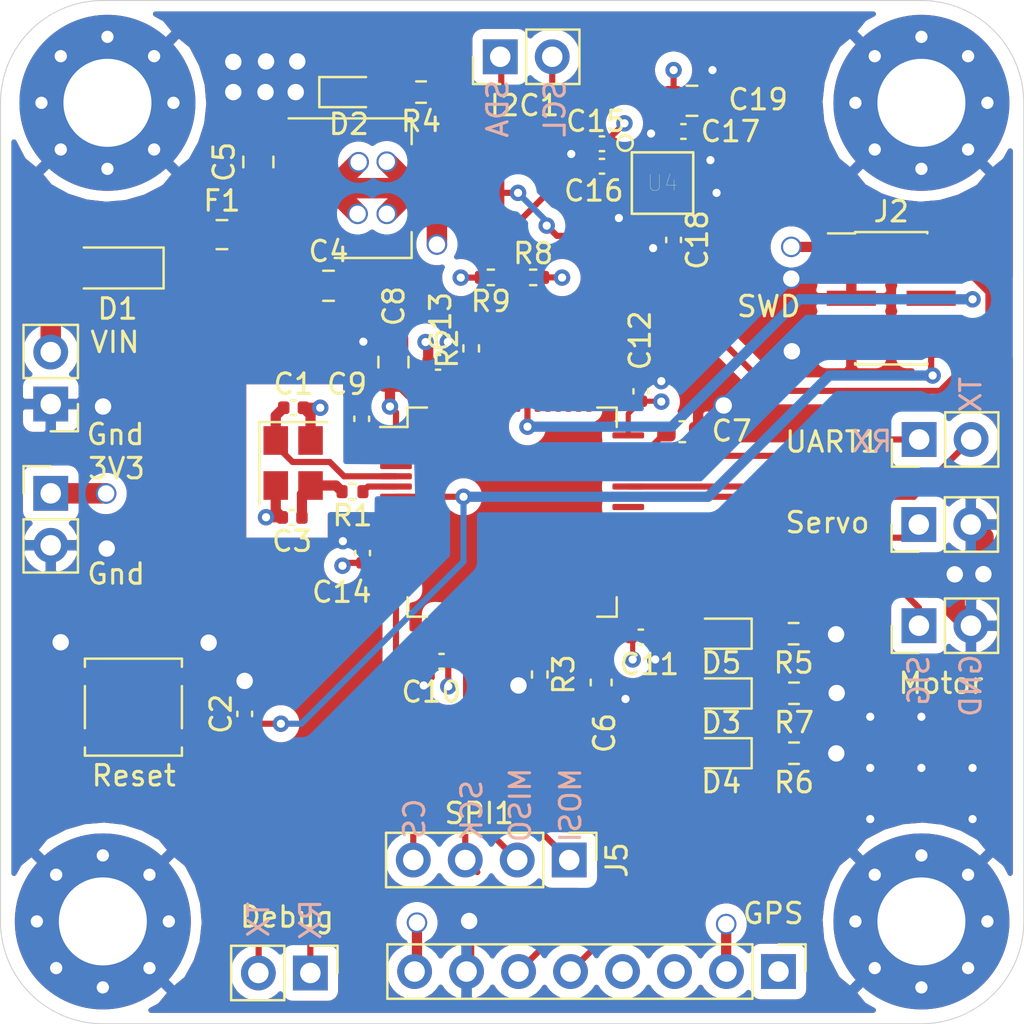
<source format=kicad_pcb>
(kicad_pcb (version 20171130) (host pcbnew "(5.1.7)-1")
  (layers (0 F.Cu signal) (1 In1.Cu power) (2 In2.Cu power) (31 B.Cu signal) (34 B.Paste user) (35 F.Paste user) (36 B.SilkS user) (37 F.SilkS user) (38 B.Mask user) (39 F.Mask user) (44 Edge.Cuts user))
  (net 0 "")
  (net 1 GND)
  (net 2 RST)
  (net 3 "Net-(C4-Pad1)")
  (net 4 "Net-(C7-Pad1)")
  (net 5 "Net-(D1-Pad2)")
  (net 6 I2C1_SDA)
  (net 7 I2C1_SCL)
  (net 8 "Net-(J4-Pad1)")
  (net 9 "Net-(J4-Pad3)")
  (net 10 "Net-(J4-Pad4)")
  (net 11 UART3_RX)
  (net 12 UART3_TX)
  (net 13 UART2_TX)
  (net 14 UART2_RX)
  (net 15 UART1_RX)
  (net 16 UART1_TX)
  (net 17 MOTOR_PWM)
  (net 18 SERVO_PWM)
  (net 19 "Net-(U2-Pad2)")
  (net 20 "Net-(U2-Pad3)")
  (net 21 "Net-(U2-Pad4)")
  (net 22 "Net-(U2-Pad8)")
  (net 23 "Net-(U2-Pad9)")
  (net 24 "Net-(U2-Pad15)")
  (net 25 "Net-(U2-Pad24)")
  (net 26 "Net-(U2-Pad36)")
  (net 27 "Net-(U2-Pad39)")
  (net 28 "Net-(U2-Pad41)")
  (net 29 "Net-(U2-Pad44)")
  (net 30 "Net-(U2-Pad45)")
  (net 31 "Net-(U2-Pad53)")
  (net 32 "Net-(U2-Pad54)")
  (net 33 "Net-(U2-Pad56)")
  (net 34 "Net-(U2-Pad57)")
  (net 35 "Net-(U2-Pad61)")
  (net 36 "Net-(U2-Pad62)")
  (net 37 SWD_IO)
  (net 38 SWD_CLK)
  (net 39 IMU_INT2)
  (net 40 IMU_INT1)
  (net 41 "Net-(J2-Pad8)")
  (net 42 "Net-(J2-Pad7)")
  (net 43 HSE_IN)
  (net 44 "Net-(C3-Pad1)")
  (net 45 +3V3)
  (net 46 "Net-(C6-Pad1)")
  (net 47 "Net-(C16-Pad2)")
  (net 48 "Net-(C18-Pad1)")
  (net 49 "Net-(D1-Pad1)")
  (net 50 "Net-(D2-Pad2)")
  (net 51 "Net-(D3-Pad1)")
  (net 52 "Net-(D4-Pad1)")
  (net 53 "Net-(D5-Pad1)")
  (net 54 SWO)
  (net 55 SPI1_MOSI)
  (net 56 SPI1_MISO)
  (net 57 SPI1_SCK)
  (net 58 SPI1_CS)
  (net 59 HSE_OUT)
  (net 60 BOOT0)
  (net 61 BOOT1)
  (net 62 "Net-(U2-Pad50)")
  (net 63 "Net-(U2-Pad40)")
  (net 64 "Net-(U2-Pad27)")
  (net 65 "Net-(U2-Pad26)")
  (net 66 "Net-(U2-Pad25)")
  (net 67 "Net-(U2-Pad14)")
  (net 68 "Net-(U2-Pad11)")
  (net 69 "Net-(U2-Pad10)")
  (net 70 LED_GREEN)
  (net 71 LED_YELLOW)
  (net 72 LED_BLUE)
  (net 73 "Net-(U4-PadP$15)")
  (module rc_control_board:FSOS8700CQ_PKG (layer F.Cu) (at 151.01 93.85)
    (fp_text reference U4 (at 0 0) (layer F.SilkS) (effects (font (size 0.787402 0.787402) (thickness 0.015))))
    (fp_text value FXOS8700CQ)
    (pad P$16 smd rect (at -0.5 -1.28) (size 0.3 0.8) (layers F.Cu F.Paste F.Mask) (net 1 GND))
    (pad P$15 smd rect (at 0 -1.28) (size 0.3 0.8) (layers F.Cu F.Paste F.Mask) (net 73 "Net-(U4-PadP$15)"))
    (pad P$14 smd rect (at 0.5 -1.28) (size 0.3 0.8) (layers F.Cu F.Paste F.Mask) (net 45 +3V3))
    (pad P$13 smd rect (at 1.28 -1) (size 0.8 0.3) (layers F.Cu F.Paste F.Mask) (net 1 GND))
    (pad P$12 smd rect (at 1.28 -0.5) (size 0.8 0.3) (layers F.Cu F.Paste F.Mask) (net 1 GND))
    (pad P$11 smd rect (at 1.28 0) (size 0.8 0.3) (layers F.Cu F.Paste F.Mask) (net 40 IMU_INT1))
    (pad P$10 smd rect (at 1.28 0.5) (size 0.8 0.3) (layers F.Cu F.Paste F.Mask) (net 1 GND))
    (pad P$9 smd rect (at 1.28 1) (size 0.8 0.3) (layers F.Cu F.Paste F.Mask) (net 39 IMU_INT2))
    (pad P$8 smd rect (at 0.5 1.28) (size 0.3 0.8) (layers F.Cu F.Paste F.Mask) (net 48 "Net-(C18-Pad1)"))
    (pad P$7 smd rect (at 0 1.28) (size 0.3 0.8) (layers F.Cu F.Paste F.Mask) (net 1 GND))
    (pad P$6 smd rect (at -0.5 1.28) (size 0.3 0.8) (layers F.Cu F.Paste F.Mask) (net 6 I2C1_SDA))
    (pad P$5 smd rect (at -1.28 1) (size 0.8 0.3) (layers F.Cu F.Paste F.Mask) (net 1 GND))
    (pad P$4 smd rect (at -1.28 0.5) (size 0.8 0.3) (layers F.Cu F.Paste F.Mask) (net 7 I2C1_SCL))
    (pad P$3 smd rect (at -1.28 0) (size 0.8 0.3) (layers F.Cu F.Paste F.Mask) (net 1 GND))
    (pad P$2 smd rect (at -1.28 -0.5) (size 0.8 0.3) (layers F.Cu F.Paste F.Mask) (net 47 "Net-(C16-Pad2)"))
    (pad P$1 smd rect (at -1.28 -1) (size 0.8 0.3) (layers F.Cu F.Paste F.Mask) (net 45 +3V3))
  )
  (module Resistor_SMD:R_0402_1005Metric (layer F.Cu) (at 142.62 98.46 180)
    (fp_text reference R9 (at 0 -1.17) (layer F.SilkS))
    (fp_text value 2k2)
    (pad 2 smd roundrect (at 0.51 0 180) (size 0.54 0.64) (layers F.Cu F.Paste F.Mask) (net 45 +3V3))
    (pad 1 smd roundrect (at -0.51 0 180) (size 0.54 0.64) (layers F.Cu F.Paste F.Mask) (net 6 I2C1_SDA))
  )
  (module Resistor_SMD:R_0402_1005Metric (layer F.Cu) (at 144.69 98.46)
    (fp_text reference R8 (at 0 -1.17) (layer F.SilkS))
    (fp_text value 2k2)
    (pad 2 smd roundrect (at 0.51 0) (size 0.54 0.64) (layers F.Cu F.Paste F.Mask) (net 45 +3V3))
    (pad 1 smd roundrect (at -0.51 0) (size 0.54 0.64) (layers F.Cu F.Paste F.Mask) (net 7 I2C1_SCL))
  )
  (module Resistor_SMD:R_0603_1608Metric (layer F.Cu) (at 157.436 118.782 180)
    (fp_text reference R7 (at 0 -1.43) (layer F.SilkS))
    (fp_text value 2k2)
    (pad 2 smd roundrect (at 0.825 0 180) (size 0.8 0.95) (layers F.Cu F.Paste F.Mask) (net 51 "Net-(D3-Pad1)"))
    (pad 1 smd roundrect (at -0.825 0 180) (size 0.8 0.95) (layers F.Cu F.Paste F.Mask) (net 1 GND))
  )
  (module Resistor_SMD:R_0603_1608Metric (layer F.Cu) (at 157.436 121.712 180)
    (fp_text reference R6 (at 0 -1.43) (layer F.SilkS))
    (fp_text value 2k2)
    (pad 2 smd roundrect (at 0.825 0 180) (size 0.8 0.95) (layers F.Cu F.Paste F.Mask) (net 52 "Net-(D4-Pad1)"))
    (pad 1 smd roundrect (at -0.825 0 180) (size 0.8 0.95) (layers F.Cu F.Paste F.Mask) (net 1 GND))
  )
  (module Resistor_SMD:R_0603_1608Metric (layer F.Cu) (at 157.416 115.87 180)
    (fp_text reference R5 (at 0 -1.43) (layer F.SilkS))
    (fp_text value 2k2)
    (pad 2 smd roundrect (at 0.825 0 180) (size 0.8 0.95) (layers F.Cu F.Paste F.Mask) (net 53 "Net-(D5-Pad1)"))
    (pad 1 smd roundrect (at -0.825 0 180) (size 0.8 0.95) (layers F.Cu F.Paste F.Mask) (net 1 GND))
  )
  (module Resistor_SMD:R_0603_1608Metric (layer F.Cu) (at 139.21 89.405 180)
    (fp_text reference R4 (at 0 -1.43) (layer F.SilkS))
    (fp_text value 2k2)
    (pad 2 smd roundrect (at 0.825 0 180) (size 0.8 0.95) (layers F.Cu F.Paste F.Mask) (net 50 "Net-(D2-Pad2)"))
    (pad 1 smd roundrect (at -0.825 0 180) (size 0.8 0.95) (layers F.Cu F.Paste F.Mask) (net 45 +3V3))
  )
  (module Resistor_SMD:R_0402_1005Metric (layer F.Cu) (at 145.01 117.865 270)
    (fp_text reference R3 (at 0 -1.17 90) (layer F.SilkS))
    (fp_text value 10k)
    (pad 2 smd roundrect (at 0.51 0 270) (size 0.54 0.64) (layers F.Cu F.Paste F.Mask) (net 1 GND))
    (pad 1 smd roundrect (at -0.51 0 270) (size 0.54 0.64) (layers F.Cu F.Paste F.Mask) (net 61 BOOT1))
  )
  (module Resistor_SMD:R_0402_1005Metric (layer F.Cu) (at 141.66 101.93 90)
    (fp_text reference R2 (at 0 -1.17 90) (layer F.SilkS))
    (fp_text value 10k)
    (pad 2 smd roundrect (at 0.51 0 90) (size 0.54 0.64) (layers F.Cu F.Paste F.Mask) (net 1 GND))
    (pad 1 smd roundrect (at -0.51 0 90) (size 0.54 0.64) (layers F.Cu F.Paste F.Mask) (net 60 BOOT0))
  )
  (module Resistor_SMD:R_0402_1005Metric (layer F.Cu) (at 135.86 108.93 180)
    (fp_text reference R1 (at 0 -1.17) (layer F.SilkS))
    (fp_text value 220)
    (pad 2 smd roundrect (at 0.51 0 180) (size 0.54 0.64) (layers F.Cu F.Paste F.Mask) (net 44 "Net-(C3-Pad1)"))
    (pad 1 smd roundrect (at -0.51 0 180) (size 0.54 0.64) (layers F.Cu F.Paste F.Mask) (net 59 HSE_OUT))
  )
  (module Connector_PinHeader_2.54mm:PinHeader_1x02_P2.54mm_Vertical (layer F.Cu) (at 163.55 106.38 90)
    (fp_text reference J7)
    (fp_text value UART_NAV_BOARD)
    (pad 2 thru_hole oval (at 0 2.54 90) (size 1.7 1.7) (drill 1) (layers *.Cu *.Mask) (net 16 UART1_TX))
    (pad 1 thru_hole rect (at 0 0 90) (size 1.7 1.7) (drill 1) (layers *.Cu *.Mask) (net 15 UART1_RX))
  )
  (module Connector_PinHeader_2.54mm:PinHeader_1x02_P2.54mm_Vertical (layer F.Cu) (at 133.8 132.45 270)
    (fp_text reference J6)
    (fp_text value UART_DEBUG)
    (pad 2 thru_hole oval (at 0 2.54 270) (size 1.7 1.7) (drill 1) (layers *.Cu *.Mask) (net 13 UART2_TX))
    (pad 1 thru_hole rect (at 0 0 270) (size 1.7 1.7) (drill 1) (layers *.Cu *.Mask) (net 14 UART2_RX))
  )
  (module Connector_PinHeader_2.54mm:PinHeader_1x04_P2.54mm_Vertical (layer F.Cu) (at 146.45 126.93 270)
    (fp_text reference J5 (at 0 -2.33 90) (layer F.SilkS))
    (fp_text value SPI1)
    (pad 4 thru_hole oval (at 0 7.62 270) (size 1.7 1.7) (drill 1) (layers *.Cu *.Mask) (net 58 SPI1_CS))
    (pad 3 thru_hole oval (at 0 5.08 270) (size 1.7 1.7) (drill 1) (layers *.Cu *.Mask) (net 57 SPI1_SCK))
    (pad 2 thru_hole oval (at 0 2.54 270) (size 1.7 1.7) (drill 1) (layers *.Cu *.Mask) (net 56 SPI1_MISO))
    (pad 1 thru_hole rect (at 0 0 270) (size 1.7 1.7) (drill 1) (layers *.Cu *.Mask) (net 55 SPI1_MOSI))
  )
  (module Connector_PinHeader_2.54mm:PinHeader_1x02_P2.54mm_Vertical (layer F.Cu) (at 143.08 87.68 90)
    (fp_text reference J3)
    (fp_text value I2C1)
    (pad 2 thru_hole oval (at 0 2.54 90) (size 1.7 1.7) (drill 1) (layers *.Cu *.Mask) (net 7 I2C1_SCL))
    (pad 1 thru_hole rect (at 0 0 90) (size 1.7 1.7) (drill 1) (layers *.Cu *.Mask) (net 6 I2C1_SDA))
  )
  (module Capacitor_SMD:C_0402_1005Metric (layer F.Cu) (at 151.55 96.63 270)
    (fp_text reference C18 (at 0 -1.16 90) (layer F.SilkS))
    (fp_text value 100n)
    (pad 2 smd roundrect (at 0.48 0 270) (size 0.56 0.62) (layers F.Cu F.Paste F.Mask) (net 1 GND))
    (pad 1 smd roundrect (at -0.48 0 270) (size 0.56 0.62) (layers F.Cu F.Paste F.Mask) (net 48 "Net-(C18-Pad1)"))
  )
  (module Capacitor_SMD:C_0402_1005Metric (layer F.Cu) (at 152.03 91.33)
    (fp_text reference C17 (at 2.3 0) (layer F.SilkS))
    (fp_text value 100n)
    (pad 2 smd roundrect (at 0.48 0) (size 0.56 0.62) (layers F.Cu F.Paste F.Mask) (net 1 GND))
    (pad 1 smd roundrect (at -0.48 0) (size 0.56 0.62) (layers F.Cu F.Paste F.Mask) (net 45 +3V3))
  )
  (module Capacitor_SMD:C_0402_1005Metric (layer F.Cu) (at 148.05 93.03)
    (fp_text reference C16 (at -0.4 1.2) (layer F.SilkS))
    (fp_text value 100n)
    (pad 2 smd roundrect (at 0.48 0) (size 0.56 0.62) (layers F.Cu F.Paste F.Mask) (net 47 "Net-(C16-Pad2)"))
    (pad 1 smd roundrect (at -0.48 0) (size 0.56 0.62) (layers F.Cu F.Paste F.Mask) (net 1 GND))
  )
  (module Capacitor_SMD:C_0402_1005Metric (layer F.Cu) (at 148.05 91.93)
    (fp_text reference C15 (at -0.3 -1.1 180) (layer F.SilkS))
    (fp_text value 100n)
    (pad 2 smd roundrect (at 0.48 0) (size 0.56 0.62) (layers F.Cu F.Paste F.Mask) (net 45 +3V3))
    (pad 1 smd roundrect (at -0.48 0) (size 0.56 0.62) (layers F.Cu F.Paste F.Mask) (net 1 GND))
  )
  (module Capacitor_SMD:C_0402_1005Metric (layer F.Cu) (at 136.354 111.93 90)
    (fp_text reference C14 (at -1.908 -1.016 180) (layer F.SilkS))
    (fp_text value 100n)
    (pad 2 smd roundrect (at 0.48 0 90) (size 0.56 0.62) (layers F.Cu F.Paste F.Mask) (net 1 GND))
    (pad 1 smd roundrect (at -0.48 0 90) (size 0.56 0.62) (layers F.Cu F.Paste F.Mask) (net 45 +3V3))
  )
  (module Crystal:Crystal_SMD_3225-4Pin_3.2x2.5mm (layer F.Cu) (at 132.96 107.53 270)
    (fp_text reference Y1)
    (fp_text value "16 Mhz")
    (pad 4 smd rect (at -1.1 -0.85 270) (size 1.4 1.2) (layers F.Cu F.Paste F.Mask) (net 1 GND))
    (pad 3 smd rect (at 1.1 -0.85 270) (size 1.4 1.2) (layers F.Cu F.Paste F.Mask) (net 44 "Net-(C3-Pad1)"))
    (pad 2 smd rect (at 1.1 0.85 270) (size 1.4 1.2) (layers F.Cu F.Paste F.Mask) (net 1 GND))
    (pad 1 smd rect (at -1.1 0.85 270) (size 1.4 1.2) (layers F.Cu F.Paste F.Mask) (net 43 HSE_IN))
  )
  (module Package_QFP:LQFP-64_10x10mm_P0.5mm (layer F.Cu) (at 143.66 109.93)
    (fp_text reference U2)
    (fp_text value STM32F405RGTx)
    (pad 64 smd roundrect (at -3.75 -5.675) (size 0.3 1.55) (layers F.Cu F.Paste F.Mask) (net 45 +3V3))
    (pad 63 smd roundrect (at -3.25 -5.675) (size 0.3 1.55) (layers F.Cu F.Paste F.Mask) (net 1 GND))
    (pad 62 smd roundrect (at -2.75 -5.675) (size 0.3 1.55) (layers F.Cu F.Paste F.Mask) (net 36 "Net-(U2-Pad62)"))
    (pad 61 smd roundrect (at -2.25 -5.675) (size 0.3 1.55) (layers F.Cu F.Paste F.Mask) (net 35 "Net-(U2-Pad61)"))
    (pad 60 smd roundrect (at -1.75 -5.675) (size 0.3 1.55) (layers F.Cu F.Paste F.Mask) (net 60 BOOT0))
    (pad 59 smd roundrect (at -1.25 -5.675) (size 0.3 1.55) (layers F.Cu F.Paste F.Mask) (net 6 I2C1_SDA))
    (pad 58 smd roundrect (at -0.75 -5.675) (size 0.3 1.55) (layers F.Cu F.Paste F.Mask) (net 7 I2C1_SCL))
    (pad 57 smd roundrect (at -0.25 -5.675) (size 0.3 1.55) (layers F.Cu F.Paste F.Mask) (net 34 "Net-(U2-Pad57)"))
    (pad 56 smd roundrect (at 0.25 -5.675) (size 0.3 1.55) (layers F.Cu F.Paste F.Mask) (net 33 "Net-(U2-Pad56)"))
    (pad 55 smd roundrect (at 0.75 -5.675) (size 0.3 1.55) (layers F.Cu F.Paste F.Mask) (net 54 SWO))
    (pad 54 smd roundrect (at 1.25 -5.675) (size 0.3 1.55) (layers F.Cu F.Paste F.Mask) (net 32 "Net-(U2-Pad54)"))
    (pad 53 smd roundrect (at 1.75 -5.675) (size 0.3 1.55) (layers F.Cu F.Paste F.Mask) (net 31 "Net-(U2-Pad53)"))
    (pad 52 smd roundrect (at 2.25 -5.675) (size 0.3 1.55) (layers F.Cu F.Paste F.Mask) (net 39 IMU_INT2))
    (pad 51 smd roundrect (at 2.75 -5.675) (size 0.3 1.55) (layers F.Cu F.Paste F.Mask) (net 40 IMU_INT1))
    (pad 50 smd roundrect (at 3.25 -5.675) (size 0.3 1.55) (layers F.Cu F.Paste F.Mask) (net 62 "Net-(U2-Pad50)"))
    (pad 49 smd roundrect (at 3.75 -5.675) (size 0.3 1.55) (layers F.Cu F.Paste F.Mask) (net 38 SWD_CLK))
    (pad 48 smd roundrect (at 5.675 -3.75) (size 1.55 0.3) (layers F.Cu F.Paste F.Mask) (net 45 +3V3))
    (pad 47 smd roundrect (at 5.675 -3.25) (size 1.55 0.3) (layers F.Cu F.Paste F.Mask) (net 4 "Net-(C7-Pad1)"))
    (pad 46 smd roundrect (at 5.675 -2.75) (size 1.55 0.3) (layers F.Cu F.Paste F.Mask) (net 37 SWD_IO))
    (pad 45 smd roundrect (at 5.675 -2.25) (size 1.55 0.3) (layers F.Cu F.Paste F.Mask) (net 30 "Net-(U2-Pad45)"))
    (pad 44 smd roundrect (at 5.675 -1.75) (size 1.55 0.3) (layers F.Cu F.Paste F.Mask) (net 29 "Net-(U2-Pad44)"))
    (pad 43 smd roundrect (at 5.675 -1.25) (size 1.55 0.3) (layers F.Cu F.Paste F.Mask) (net 15 UART1_RX))
    (pad 42 smd roundrect (at 5.675 -0.75) (size 1.55 0.3) (layers F.Cu F.Paste F.Mask) (net 16 UART1_TX))
    (pad 41 smd roundrect (at 5.675 -0.25) (size 1.55 0.3) (layers F.Cu F.Paste F.Mask) (net 28 "Net-(U2-Pad41)"))
    (pad 40 smd roundrect (at 5.675 0.25) (size 1.55 0.3) (layers F.Cu F.Paste F.Mask) (net 63 "Net-(U2-Pad40)"))
    (pad 39 smd roundrect (at 5.675 0.75) (size 1.55 0.3) (layers F.Cu F.Paste F.Mask) (net 27 "Net-(U2-Pad39)"))
    (pad 38 smd roundrect (at 5.675 1.25) (size 1.55 0.3) (layers F.Cu F.Paste F.Mask) (net 18 SERVO_PWM))
    (pad 37 smd roundrect (at 5.675 1.75) (size 1.55 0.3) (layers F.Cu F.Paste F.Mask) (net 17 MOTOR_PWM))
    (pad 36 smd roundrect (at 5.675 2.25) (size 1.55 0.3) (layers F.Cu F.Paste F.Mask) (net 26 "Net-(U2-Pad36)"))
    (pad 35 smd roundrect (at 5.675 2.75) (size 1.55 0.3) (layers F.Cu F.Paste F.Mask) (net 72 LED_BLUE))
    (pad 34 smd roundrect (at 5.675 3.25) (size 1.55 0.3) (layers F.Cu F.Paste F.Mask) (net 70 LED_GREEN))
    (pad 33 smd roundrect (at 5.675 3.75) (size 1.55 0.3) (layers F.Cu F.Paste F.Mask) (net 71 LED_YELLOW))
    (pad 32 smd roundrect (at 3.75 5.675) (size 0.3 1.55) (layers F.Cu F.Paste F.Mask) (net 45 +3V3))
    (pad 31 smd roundrect (at 3.25 5.675) (size 0.3 1.55) (layers F.Cu F.Paste F.Mask) (net 46 "Net-(C6-Pad1)"))
    (pad 30 smd roundrect (at 2.75 5.675) (size 0.3 1.55) (layers F.Cu F.Paste F.Mask) (net 11 UART3_RX))
    (pad 29 smd roundrect (at 2.25 5.675) (size 0.3 1.55) (layers F.Cu F.Paste F.Mask) (net 12 UART3_TX))
    (pad 28 smd roundrect (at 1.75 5.675) (size 0.3 1.55) (layers F.Cu F.Paste F.Mask) (net 61 BOOT1))
    (pad 27 smd roundrect (at 1.25 5.675) (size 0.3 1.55) (layers F.Cu F.Paste F.Mask) (net 64 "Net-(U2-Pad27)"))
    (pad 26 smd roundrect (at 0.75 5.675) (size 0.3 1.55) (layers F.Cu F.Paste F.Mask) (net 65 "Net-(U2-Pad26)"))
    (pad 25 smd roundrect (at 0.25 5.675) (size 0.3 1.55) (layers F.Cu F.Paste F.Mask) (net 66 "Net-(U2-Pad25)"))
    (pad 24 smd roundrect (at -0.25 5.675) (size 0.3 1.55) (layers F.Cu F.Paste F.Mask) (net 25 "Net-(U2-Pad24)"))
    (pad 23 smd roundrect (at -0.75 5.675) (size 0.3 1.55) (layers F.Cu F.Paste F.Mask) (net 55 SPI1_MOSI))
    (pad 22 smd roundrect (at -1.25 5.675) (size 0.3 1.55) (layers F.Cu F.Paste F.Mask) (net 56 SPI1_MISO))
    (pad 21 smd roundrect (at -1.75 5.675) (size 0.3 1.55) (layers F.Cu F.Paste F.Mask) (net 57 SPI1_SCK))
    (pad 20 smd roundrect (at -2.25 5.675) (size 0.3 1.55) (layers F.Cu F.Paste F.Mask) (net 58 SPI1_CS))
    (pad 19 smd roundrect (at -2.75 5.675) (size 0.3 1.55) (layers F.Cu F.Paste F.Mask) (net 45 +3V3))
    (pad 18 smd roundrect (at -3.25 5.675) (size 0.3 1.55) (layers F.Cu F.Paste F.Mask) (net 1 GND))
    (pad 17 smd roundrect (at -3.75 5.675) (size 0.3 1.55) (layers F.Cu F.Paste F.Mask) (net 14 UART2_RX))
    (pad 16 smd roundrect (at -5.675 3.75) (size 1.55 0.3) (layers F.Cu F.Paste F.Mask) (net 13 UART2_TX))
    (pad 15 smd roundrect (at -5.675 3.25) (size 1.55 0.3) (layers F.Cu F.Paste F.Mask) (net 24 "Net-(U2-Pad15)"))
    (pad 14 smd roundrect (at -5.675 2.75) (size 1.55 0.3) (layers F.Cu F.Paste F.Mask) (net 67 "Net-(U2-Pad14)"))
    (pad 13 smd roundrect (at -5.675 2.25) (size 1.55 0.3) (layers F.Cu F.Paste F.Mask) (net 45 +3V3))
    (pad 12 smd roundrect (at -5.675 1.75) (size 1.55 0.3) (layers F.Cu F.Paste F.Mask) (net 1 GND))
    (pad 11 smd roundrect (at -5.675 1.25) (size 1.55 0.3) (layers F.Cu F.Paste F.Mask) (net 68 "Net-(U2-Pad11)"))
    (pad 10 smd roundrect (at -5.675 0.75) (size 1.55 0.3) (layers F.Cu F.Paste F.Mask) (net 69 "Net-(U2-Pad10)"))
    (pad 9 smd roundrect (at -5.675 0.25) (size 1.55 0.3) (layers F.Cu F.Paste F.Mask) (net 23 "Net-(U2-Pad9)"))
    (pad 8 smd roundrect (at -5.675 -0.25) (size 1.55 0.3) (layers F.Cu F.Paste F.Mask) (net 22 "Net-(U2-Pad8)"))
    (pad 7 smd roundrect (at -5.675 -0.75) (size 1.55 0.3) (layers F.Cu F.Paste F.Mask) (net 2 RST))
    (pad 6 smd roundrect (at -5.675 -1.25) (size 1.55 0.3) (layers F.Cu F.Paste F.Mask) (net 59 HSE_OUT))
    (pad 5 smd roundrect (at -5.675 -1.75) (size 1.55 0.3) (layers F.Cu F.Paste F.Mask) (net 43 HSE_IN))
    (pad 4 smd roundrect (at -5.675 -2.25) (size 1.55 0.3) (layers F.Cu F.Paste F.Mask) (net 21 "Net-(U2-Pad4)"))
    (pad 3 smd roundrect (at -5.675 -2.75) (size 1.55 0.3) (layers F.Cu F.Paste F.Mask) (net 20 "Net-(U2-Pad3)"))
    (pad 2 smd roundrect (at -5.675 -3.25) (size 1.55 0.3) (layers F.Cu F.Paste F.Mask) (net 19 "Net-(U2-Pad2)"))
    (pad 1 smd roundrect (at -5.675 -3.75) (size 1.55 0.3) (layers F.Cu F.Paste F.Mask) (net 45 +3V3))
  )
  (module Connector_PinHeader_2.54mm:PinHeader_1x02_P2.54mm_Vertical (layer F.Cu) (at 121.114 109.012)
    (fp_text reference J10)
    (fp_text value 3V3_Con)
    (pad 2 thru_hole oval (at 0 2.54) (size 1.7 1.7) (drill 1) (layers *.Cu *.Mask) (net 1 GND))
    (pad 1 thru_hole rect (at 0 0) (size 1.7 1.7) (drill 1) (layers *.Cu *.Mask) (net 45 +3V3))
  )
  (module Connector_PinHeader_2.54mm:PinHeader_1x02_P2.54mm_Vertical (layer F.Cu) (at 163.532 110.536 90)
    (fp_text reference J9)
    (fp_text value SERVO_CTRL)
    (pad 2 thru_hole oval (at 0 2.54 90) (size 1.7 1.7) (drill 1) (layers *.Cu *.Mask) (net 1 GND))
    (pad 1 thru_hole rect (at 0 0 90) (size 1.7 1.7) (drill 1) (layers *.Cu *.Mask) (net 18 SERVO_PWM))
  )
  (module Connector_PinHeader_1.27mm:PinHeader_2x05_P1.27mm_Vertical_SMD (layer F.Cu) (at 162.185 99.48)
    (fp_text reference J2 (at 0 -4.235) (layer F.SilkS))
    (fp_text value "SWD Con")
    (pad 10 smd rect (at 1.95 2.54) (size 2.4 0.74) (layers F.Cu F.Paste F.Mask) (net 2 RST))
    (pad 9 smd rect (at -1.95 2.54) (size 2.4 0.74) (layers F.Cu F.Paste F.Mask) (net 1 GND))
    (pad 8 smd rect (at 1.95 1.27) (size 2.4 0.74) (layers F.Cu F.Paste F.Mask) (net 41 "Net-(J2-Pad8)"))
    (pad 7 smd rect (at -1.95 1.27) (size 2.4 0.74) (layers F.Cu F.Paste F.Mask) (net 42 "Net-(J2-Pad7)"))
    (pad 6 smd rect (at 1.95 0) (size 2.4 0.74) (layers F.Cu F.Paste F.Mask) (net 54 SWO))
    (pad 5 smd rect (at -1.95 0) (size 2.4 0.74) (layers F.Cu F.Paste F.Mask) (net 1 GND))
    (pad 4 smd rect (at 1.95 -1.27) (size 2.4 0.74) (layers F.Cu F.Paste F.Mask) (net 38 SWD_CLK))
    (pad 3 smd rect (at -1.95 -1.27) (size 2.4 0.74) (layers F.Cu F.Paste F.Mask) (net 1 GND))
    (pad 2 smd rect (at 1.95 -2.54) (size 2.4 0.74) (layers F.Cu F.Paste F.Mask) (net 37 SWD_IO))
    (pad 1 smd rect (at -1.95 -2.54) (size 2.4 0.74) (layers F.Cu F.Paste F.Mask) (net 45 +3V3))
  )
  (module MountingHole:MountingHole_4.3mm_M4_Pad_Via (layer F.Cu) (at 163.66 129.93)
    (fp_text reference H4)
    (fp_text value MountingHole_Pad)
    (pad 1 thru_hole circle (at 2.280419 -2.280419) (size 0.9 0.9) (drill 0.6) (layers *.Cu *.Mask) (net 1 GND))
    (pad 1 thru_hole circle (at 0 -3.225) (size 0.9 0.9) (drill 0.6) (layers *.Cu *.Mask) (net 1 GND))
    (pad 1 thru_hole circle (at -2.280419 -2.280419) (size 0.9 0.9) (drill 0.6) (layers *.Cu *.Mask) (net 1 GND))
    (pad 1 thru_hole circle (at -3.225 0) (size 0.9 0.9) (drill 0.6) (layers *.Cu *.Mask) (net 1 GND))
    (pad 1 thru_hole circle (at -2.280419 2.280419) (size 0.9 0.9) (drill 0.6) (layers *.Cu *.Mask) (net 1 GND))
    (pad 1 thru_hole circle (at 0 3.225) (size 0.9 0.9) (drill 0.6) (layers *.Cu *.Mask) (net 1 GND))
    (pad 1 thru_hole circle (at 2.280419 2.280419) (size 0.9 0.9) (drill 0.6) (layers *.Cu *.Mask) (net 1 GND))
    (pad 1 thru_hole circle (at 3.225 0) (size 0.9 0.9) (drill 0.6) (layers *.Cu *.Mask) (net 1 GND))
    (pad 1 thru_hole circle (at 0 0) (size 8.6 8.6) (drill 4.3) (layers *.Cu *.Mask) (net 1 GND))
  )
  (module MountingHole:MountingHole_4.3mm_M4_Pad_Via (layer F.Cu) (at 163.66 89.93)
    (fp_text reference H3)
    (fp_text value MountingHole_Pad)
    (pad 1 thru_hole circle (at 2.280419 -2.280419) (size 0.9 0.9) (drill 0.6) (layers *.Cu *.Mask) (net 1 GND))
    (pad 1 thru_hole circle (at 0 -3.225) (size 0.9 0.9) (drill 0.6) (layers *.Cu *.Mask) (net 1 GND))
    (pad 1 thru_hole circle (at -2.280419 -2.280419) (size 0.9 0.9) (drill 0.6) (layers *.Cu *.Mask) (net 1 GND))
    (pad 1 thru_hole circle (at -3.225 0) (size 0.9 0.9) (drill 0.6) (layers *.Cu *.Mask) (net 1 GND))
    (pad 1 thru_hole circle (at -2.280419 2.280419) (size 0.9 0.9) (drill 0.6) (layers *.Cu *.Mask) (net 1 GND))
    (pad 1 thru_hole circle (at 0 3.225) (size 0.9 0.9) (drill 0.6) (layers *.Cu *.Mask) (net 1 GND))
    (pad 1 thru_hole circle (at 2.280419 2.280419) (size 0.9 0.9) (drill 0.6) (layers *.Cu *.Mask) (net 1 GND))
    (pad 1 thru_hole circle (at 3.225 0) (size 0.9 0.9) (drill 0.6) (layers *.Cu *.Mask) (net 1 GND))
    (pad 1 thru_hole circle (at 0 0) (size 8.6 8.6) (drill 4.3) (layers *.Cu *.Mask) (net 1 GND))
  )
  (module MountingHole:MountingHole_4.3mm_M4_Pad_Via (layer F.Cu) (at 123.66 129.93)
    (fp_text reference H2)
    (fp_text value MountingHole_Pad)
    (pad 1 thru_hole circle (at 2.280419 -2.280419) (size 0.9 0.9) (drill 0.6) (layers *.Cu *.Mask) (net 1 GND))
    (pad 1 thru_hole circle (at 0 -3.225) (size 0.9 0.9) (drill 0.6) (layers *.Cu *.Mask) (net 1 GND))
    (pad 1 thru_hole circle (at -2.280419 -2.280419) (size 0.9 0.9) (drill 0.6) (layers *.Cu *.Mask) (net 1 GND))
    (pad 1 thru_hole circle (at -3.225 0) (size 0.9 0.9) (drill 0.6) (layers *.Cu *.Mask) (net 1 GND))
    (pad 1 thru_hole circle (at -2.280419 2.280419) (size 0.9 0.9) (drill 0.6) (layers *.Cu *.Mask) (net 1 GND))
    (pad 1 thru_hole circle (at 0 3.225) (size 0.9 0.9) (drill 0.6) (layers *.Cu *.Mask) (net 1 GND))
    (pad 1 thru_hole circle (at 2.280419 2.280419) (size 0.9 0.9) (drill 0.6) (layers *.Cu *.Mask) (net 1 GND))
    (pad 1 thru_hole circle (at 3.225 0) (size 0.9 0.9) (drill 0.6) (layers *.Cu *.Mask) (net 1 GND))
    (pad 1 thru_hole circle (at 0 0) (size 8.6 8.6) (drill 4.3) (layers *.Cu *.Mask) (net 1 GND))
  )
  (module MountingHole:MountingHole_4.3mm_M4_Pad_Via (layer F.Cu) (at 123.885 89.93)
    (fp_text reference H1)
    (fp_text value MountingHole_Pad)
    (pad 1 thru_hole circle (at 2.280419 -2.280419) (size 0.9 0.9) (drill 0.6) (layers *.Cu *.Mask) (net 1 GND))
    (pad 1 thru_hole circle (at 0 -3.225) (size 0.9 0.9) (drill 0.6) (layers *.Cu *.Mask) (net 1 GND))
    (pad 1 thru_hole circle (at -2.280419 -2.280419) (size 0.9 0.9) (drill 0.6) (layers *.Cu *.Mask) (net 1 GND))
    (pad 1 thru_hole circle (at -3.225 0) (size 0.9 0.9) (drill 0.6) (layers *.Cu *.Mask) (net 1 GND))
    (pad 1 thru_hole circle (at -2.280419 2.280419) (size 0.9 0.9) (drill 0.6) (layers *.Cu *.Mask) (net 1 GND))
    (pad 1 thru_hole circle (at 0 3.225) (size 0.9 0.9) (drill 0.6) (layers *.Cu *.Mask) (net 1 GND))
    (pad 1 thru_hole circle (at 2.280419 2.280419) (size 0.9 0.9) (drill 0.6) (layers *.Cu *.Mask) (net 1 GND))
    (pad 1 thru_hole circle (at 3.225 0) (size 0.9 0.9) (drill 0.6) (layers *.Cu *.Mask) (net 1 GND))
    (pad 1 thru_hole circle (at 0 0) (size 8.6 8.6) (drill 4.3) (layers *.Cu *.Mask) (net 1 GND))
  )
  (module Fuse:Fuse_0805_2012Metric_Pad1.15x1.40mm_HandSolder (layer F.Cu) (at 129.48 96.37)
    (fp_text reference F1 (at 0 -1.65) (layer F.SilkS))
    (fp_text value 1A)
    (pad 2 smd roundrect (at 1.025 0) (size 1.15 1.4) (layers F.Cu F.Paste F.Mask) (roundrect_rratio 0.2173904347826087) (net 3 "Net-(C4-Pad1)"))
    (pad 1 smd roundrect (at -1.025 0) (size 1.15 1.4) (layers F.Cu F.Paste F.Mask) (roundrect_rratio 0.2173904347826087) (net 49 "Net-(D1-Pad1)"))
  )
  (module LED_SMD:LED_0603_1608Metric (layer F.Cu) (at 153.88 115.87 180)
    (fp_text reference D5 (at 0 -1.43) (layer F.SilkS))
    (fp_text value LED_BLUE)
    (pad 2 smd roundrect (at 0.7875 0 180) (size 0.875 0.95) (layers F.Cu F.Paste F.Mask) (net 72 LED_BLUE))
    (pad 1 smd roundrect (at -0.7875 0 180) (size 0.875 0.95) (layers F.Cu F.Paste F.Mask) (net 53 "Net-(D5-Pad1)"))
  )
  (module LED_SMD:LED_0603_1608Metric (layer F.Cu) (at 153.88 121.712 180)
    (fp_text reference D4 (at 0 -1.43) (layer F.SilkS))
    (fp_text value LED_YELLOW)
    (pad 2 smd roundrect (at 0.7875 0 180) (size 0.875 0.95) (layers F.Cu F.Paste F.Mask) (net 71 LED_YELLOW))
    (pad 1 smd roundrect (at -0.7875 0 180) (size 0.875 0.95) (layers F.Cu F.Paste F.Mask) (net 52 "Net-(D4-Pad1)"))
  )
  (module LED_SMD:LED_0603_1608Metric (layer F.Cu) (at 153.88 118.792 180)
    (fp_text reference D3 (at 0 -1.43) (layer F.SilkS))
    (fp_text value LED_GREEN)
    (pad 2 smd roundrect (at 0.7875 0 180) (size 0.875 0.95) (layers F.Cu F.Paste F.Mask) (net 70 LED_GREEN))
    (pad 1 smd roundrect (at -0.7875 0 180) (size 0.875 0.95) (layers F.Cu F.Paste F.Mask) (net 51 "Net-(D3-Pad1)"))
  )
  (module LED_SMD:LED_0603_1608Metric (layer F.Cu) (at 135.7225 89.405)
    (fp_text reference D2 (at -0.04 1.57) (layer F.SilkS))
    (fp_text value PWR_LED)
    (pad 2 smd roundrect (at 0.7875 0) (size 0.875 0.95) (layers F.Cu F.Paste F.Mask) (net 50 "Net-(D2-Pad2)"))
    (pad 1 smd roundrect (at -0.7875 0) (size 0.875 0.95) (layers F.Cu F.Paste F.Mask) (net 1 GND))
  )
  (module Diode_SMD:D_SOD-123 (layer F.Cu) (at 124.38 98 180)
    (fp_text reference D1 (at 0 -2) (layer F.SilkS))
    (fp_text value B5819W)
    (pad 2 smd rect (at 1.65 0 180) (size 0.9 1.2) (layers F.Cu F.Paste F.Mask) (net 5 "Net-(D1-Pad2)"))
    (pad 1 smd rect (at -1.65 0 180) (size 0.9 1.2) (layers F.Cu F.Paste F.Mask) (net 49 "Net-(D1-Pad1)"))
  )
  (module Capacitor_SMD:C_0402_1005Metric (layer F.Cu) (at 140.04 102.61)
    (fp_text reference C13 (at 0.124 -1.98 90) (layer F.SilkS))
    (fp_text value 100n)
    (pad 2 smd roundrect (at 0.48 0) (size 0.56 0.62) (layers F.Cu F.Paste F.Mask) (net 1 GND))
    (pad 1 smd roundrect (at -0.48 0) (size 0.56 0.62) (layers F.Cu F.Paste F.Mask) (net 45 +3V3))
  )
  (module Capacitor_SMD:C_0402_1005Metric (layer F.Cu) (at 149.95 104.03 90)
    (fp_text reference C12 (at 2.486 -0.038 90) (layer F.SilkS))
    (fp_text value 100n)
    (pad 2 smd roundrect (at 0.48 0 90) (size 0.56 0.62) (layers F.Cu F.Paste F.Mask) (net 1 GND))
    (pad 1 smd roundrect (at -0.48 0 90) (size 0.56 0.62) (layers F.Cu F.Paste F.Mask) (net 45 +3V3))
  )
  (module Capacitor_SMD:C_0402_1005Metric (layer F.Cu) (at 149.95 116.03)
    (fp_text reference C11 (at 0.418 1.34) (layer F.SilkS))
    (fp_text value 100n)
    (pad 2 smd roundrect (at 0.48 0) (size 0.56 0.62) (layers F.Cu F.Paste F.Mask) (net 1 GND))
    (pad 1 smd roundrect (at -0.48 0) (size 0.56 0.62) (layers F.Cu F.Paste F.Mask) (net 45 +3V3))
  )
  (module Capacitor_SMD:C_0402_1005Metric (layer F.Cu) (at 140.21 117.22)
    (fp_text reference C10 (at -0.5 1.5) (layer F.SilkS))
    (fp_text value 100n)
    (pad 2 smd roundrect (at 0.48 0) (size 0.56 0.62) (layers F.Cu F.Paste F.Mask) (net 45 +3V3))
    (pad 1 smd roundrect (at -0.48 0) (size 0.56 0.62) (layers F.Cu F.Paste F.Mask) (net 1 GND))
  )
  (module Capacitor_SMD:C_0402_1005Metric (layer F.Cu) (at 136.31 105.37 270)
    (fp_text reference C9 (at -1.692 0.718) (layer F.SilkS))
    (fp_text value 100n)
    (pad 2 smd roundrect (at 0.48 0 270) (size 0.56 0.62) (layers F.Cu F.Paste F.Mask) (net 45 +3V3))
    (pad 1 smd roundrect (at -0.48 0 270) (size 0.56 0.62) (layers F.Cu F.Paste F.Mask) (net 1 GND))
  )
  (module Capacitor_SMD:C_0603_1608Metric (layer F.Cu) (at 151.975 106)
    (fp_text reference C7 (at 2.413 -0.036) (layer F.SilkS))
    (fp_text value 2.2n)
    (pad 2 smd roundrect (at 0.775 0) (size 0.9 0.95) (layers F.Cu F.Paste F.Mask) (net 1 GND))
    (pad 1 smd roundrect (at -0.775 0) (size 0.9 0.95) (layers F.Cu F.Paste F.Mask) (net 4 "Net-(C7-Pad1)"))
  )
  (module Capacitor_SMD:C_0603_1608Metric (layer F.Cu) (at 148.01 118.255 270)
    (fp_text reference C6 (at 2.471 -0.162 90) (layer F.SilkS))
    (fp_text value 2.2n)
    (pad 2 smd roundrect (at 0.775 0 270) (size 0.9 0.95) (layers F.Cu F.Paste F.Mask) (net 1 GND))
    (pad 1 smd roundrect (at -0.775 0 270) (size 0.9 0.95) (layers F.Cu F.Paste F.Mask) (net 46 "Net-(C6-Pad1)"))
  )
  (module Capacitor_SMD:C_0402_1005Metric (layer F.Cu) (at 132.91 110.19 180)
    (fp_text reference C3 (at 0 -1.16) (layer F.SilkS))
    (fp_text value 12p)
    (pad 2 smd roundrect (at 0.48 0 180) (size 0.56 0.62) (layers F.Cu F.Paste F.Mask) (net 1 GND))
    (pad 1 smd roundrect (at -0.48 0 180) (size 0.56 0.62) (layers F.Cu F.Paste F.Mask) (net 44 "Net-(C3-Pad1)"))
  )
  (module Capacitor_SMD:C_0402_1005Metric (layer F.Cu) (at 130.594 119.79 90)
    (fp_text reference C2 (at 0 -1.16 90) (layer F.SilkS))
    (fp_text value 100n)
    (pad 2 smd roundrect (at 0.48 0 90) (size 0.56 0.62) (layers F.Cu F.Paste F.Mask) (net 1 GND))
    (pad 1 smd roundrect (at -0.48 0 90) (size 0.56 0.62) (layers F.Cu F.Paste F.Mask) (net 2 RST))
  )
  (module Capacitor_SMD:C_0402_1005Metric (layer F.Cu) (at 132.98 104.83)
    (fp_text reference C1 (at 0 -1.16) (layer F.SilkS))
    (fp_text value 12p)
    (pad 2 smd roundrect (at 0.48 0) (size 0.56 0.62) (layers F.Cu F.Paste F.Mask) (net 1 GND))
    (pad 1 smd roundrect (at -0.48 0) (size 0.56 0.62) (layers F.Cu F.Paste F.Mask) (net 43 HSE_IN))
  )
  (module Capacitor_SMD:C_0805_2012Metric (layer F.Cu) (at 134.69 98.87)
    (fp_text reference C4 (at 0 -1.68) (layer F.SilkS))
    (fp_text value 10u)
    (pad 2 smd roundrect (at 0.95 0) (size 1 1.45) (layers F.Cu F.Paste F.Mask) (net 1 GND))
    (pad 1 smd roundrect (at -0.95 0) (size 1 1.45) (layers F.Cu F.Paste F.Mask) (net 3 "Net-(C4-Pad1)"))
  )
  (module Capacitor_SMD:C_0805_2012Metric (layer F.Cu) (at 131.26 92.82 90)
    (fp_text reference C5 (at 0 -1.68 90) (layer F.SilkS))
    (fp_text value 10u)
    (pad 2 smd roundrect (at 0.95 0 90) (size 1 1.45) (layers F.Cu F.Paste F.Mask) (net 1 GND))
    (pad 1 smd roundrect (at -0.95 0 90) (size 1 1.45) (layers F.Cu F.Paste F.Mask) (net 45 +3V3))
  )
  (module Capacitor_SMD:C_0805_2012Metric (layer F.Cu) (at 137.86 102.6 270)
    (fp_text reference C8 (at -2.732 -0.018 90) (layer F.SilkS))
    (fp_text value 4.7u)
    (pad 2 smd roundrect (at 0.95 0 270) (size 1 1.45) (layers F.Cu F.Paste F.Mask) (net 45 +3V3))
    (pad 1 smd roundrect (at -0.95 0 270) (size 1 1.45) (layers F.Cu F.Paste F.Mask) (net 1 GND))
  )
  (module Capacitor_SMD:C_0805_2012Metric (layer F.Cu) (at 152.45 89.83)
    (fp_text reference C19 (at 3.23 -0.06) (layer F.SilkS))
    (fp_text value 4.7u)
    (pad 2 smd roundrect (at 0.95 0) (size 1 1.45) (layers F.Cu F.Paste F.Mask) (net 1 GND))
    (pad 1 smd roundrect (at -0.95 0) (size 1 1.45) (layers F.Cu F.Paste F.Mask) (net 45 +3V3))
  )
  (module Connector_PinHeader_2.54mm:PinHeader_1x02_P2.54mm_Vertical (layer F.Cu) (at 121.114 104.65 180)
    (fp_text reference J1)
    (fp_text value PWR)
    (pad 2 thru_hole oval (at 0 2.54 180) (size 1.7 1.7) (drill 1) (layers *.Cu *.Mask) (net 5 "Net-(D1-Pad2)"))
    (pad 1 thru_hole rect (at 0 0 180) (size 1.7 1.7) (drill 1) (layers *.Cu *.Mask) (net 1 GND))
  )
  (module Connector_PinHeader_2.54mm:PinHeader_1x08_P2.54mm_Vertical (layer F.Cu) (at 156.674 132.38 270)
    (fp_text reference J4)
    (fp_text value GPS)
    (pad 8 thru_hole oval (at 0 17.78 270) (size 1.7 1.7) (drill 1) (layers *.Cu *.Mask) (net 45 +3V3))
    (pad 7 thru_hole oval (at 0 15.24 270) (size 1.7 1.7) (drill 1) (layers *.Cu *.Mask) (net 1 GND))
    (pad 6 thru_hole oval (at 0 12.7 270) (size 1.7 1.7) (drill 1) (layers *.Cu *.Mask) (net 12 UART3_TX))
    (pad 5 thru_hole oval (at 0 10.16 270) (size 1.7 1.7) (drill 1) (layers *.Cu *.Mask) (net 11 UART3_RX))
    (pad 4 thru_hole oval (at 0 7.62 270) (size 1.7 1.7) (drill 1) (layers *.Cu *.Mask) (net 10 "Net-(J4-Pad4)"))
    (pad 3 thru_hole oval (at 0 5.08 270) (size 1.7 1.7) (drill 1) (layers *.Cu *.Mask) (net 9 "Net-(J4-Pad3)"))
    (pad 2 thru_hole oval (at 0 2.54 270) (size 1.7 1.7) (drill 1) (layers *.Cu *.Mask) (net 45 +3V3))
    (pad 1 thru_hole rect (at 0 0 270) (size 1.7 1.7) (drill 1) (layers *.Cu *.Mask) (net 8 "Net-(J4-Pad1)"))
  )
  (module Connector_PinHeader_2.54mm:PinHeader_1x02_P2.54mm_Vertical (layer F.Cu) (at 163.54 115.48 90)
    (fp_text reference J8)
    (fp_text value MOTOR_CTRL)
    (pad 2 thru_hole oval (at 0 2.54 90) (size 1.7 1.7) (drill 1) (layers *.Cu *.Mask) (net 1 GND))
    (pad 1 thru_hole rect (at 0 0 90) (size 1.7 1.7) (drill 1) (layers *.Cu *.Mask) (net 17 MOTOR_PWM))
  )
  (module Button_Switch_SMD:SW_SPST_TL3305A (layer F.Cu) (at 125.154 119.46)
    (fp_text reference SW1)
    (fp_text value SW_Push_Dual)
    (pad 2 smd rect (at -3.6 1.5) (size 1.6 1.4) (layers F.Cu F.Paste F.Mask) (net 2 RST))
    (pad 2 smd rect (at 3.6 1.5) (size 1.6 1.4) (layers F.Cu F.Paste F.Mask) (net 2 RST))
    (pad 1 smd rect (at -3.6 -1.5) (size 1.6 1.4) (layers F.Cu F.Paste F.Mask) (net 1 GND))
    (pad 1 smd rect (at 3.6 -1.5) (size 1.6 1.4) (layers F.Cu F.Paste F.Mask) (net 1 GND))
  )
  (module Package_TO_SOT_SMD:SOT-223-3_TabPin2 (layer F.Cu) (at 136.84 94.1)
    (fp_text reference U1)
    (fp_text value AMS1117-3.3)
    (pad 1 smd rect (at -3.15 -2.3) (size 2 1.5) (layers F.Cu F.Paste F.Mask) (net 1 GND))
    (pad 3 smd rect (at -3.15 2.3) (size 2 1.5) (layers F.Cu F.Paste F.Mask) (net 3 "Net-(C4-Pad1)"))
    (pad 2 smd rect (at -3.15 0) (size 2 1.5) (layers F.Cu F.Paste F.Mask) (net 45 +3V3))
    (pad 2 smd rect (at 3.15 0) (size 2 3.8) (layers F.Cu F.Paste F.Mask) (net 45 +3V3))
  )
  (gr_text SCL (at 145.752 90.216 90) (layer B.SilkS) (effects (font (size 1 1)) (justify mirror)))
  (gr_text SDA (at 142.958 90.216 90) (layer B.SilkS) (effects (font (size 1 1)) (justify mirror)))
  (gr_text TX (at 166.072 104.186 90) (layer B.SilkS) (effects (font (size 1 1)) (justify mirror)))
  (gr_text RX (at 161.246 106.472) (layer B.SilkS) (effects (font (size 1 1)) (justify mirror)))
  (gr_text GND (at 166.072 118.41 90) (layer B.SilkS) (effects (font (size 1 1)) (justify mirror)))
  (gr_text SIG (at 163.532 118.156 90) (layer B.SilkS) (effects (font (size 1 1)) (justify mirror)))
  (gr_text TX (at 131.274 129.84 90) (layer B.SilkS) (effects (font (size 1 1)) (justify mirror)))
  (gr_text RX (at 133.814 129.84 90) (layer B.SilkS) (effects (font (size 1 1)) (justify mirror)))
  (gr_text MOSI (at 146.514 124.252 90) (layer B.SilkS) (effects (font (size 1 1)) (justify mirror)))
  (gr_text MISO (at 144.06 124.24 90) (layer B.SilkS) (effects (font (size 1 1)) (justify mirror)))
  (gr_text SCK (at 141.688 124.506 90) (layer B.SilkS) (effects (font (size 1 1)) (justify mirror)))
  (gr_text CS (at 138.89 124.91 90) (layer B.SilkS) (effects (font (size 1 1)) (justify mirror)))
  (gr_text SWD (at 156.2 99.88) (layer F.SilkS) (effects (font (size 1 1))))
  (gr_text Motor (at 164.62 118.29) (layer F.SilkS) (effects (font (size 1 1))))
  (gr_text Servo (at 159.07 110.44) (layer F.SilkS) (effects (font (size 1 1))))
  (gr_text UART1 (at 159.32 106.5) (layer F.SilkS) (effects (font (size 1 1))))
  (gr_text I2C1 (at 144.27 90.06) (layer F.SilkS) (effects (font (size 1 1))))
  (gr_text Gnd (at 124.28 106.13) (layer F.SilkS) (effects (font (size 1 1))))
  (gr_text VIN (at 124.25 101.63) (layer F.SilkS) (effects (font (size 1 1))))
  (gr_text Gnd (at 124.31 112.95) (layer F.SilkS) (effects (font (size 1 1))))
  (gr_text 3V3 (at 124.33 107.8) (layer F.SilkS) (effects (font (size 1 1))))
  (gr_text Reset (at 125.17 122.81) (layer F.SilkS) (effects (font (size 1 1))))
  (gr_text Debug (at 132.66 129.71) (layer F.SilkS) (effects (font (size 1 1))))
  (gr_text SPI1 (at 142.05 124.65) (layer F.SilkS) (effects (font (size 1 1))))
  (gr_text GPS (at 156.42 129.54) (layer F.SilkS) (effects (font (size 1 1))))
  (gr_arc (start 163.66 129.93) (end 163.66 134.93) (angle -90) (layer Edge.Cuts) (width 0.05))
  (gr_arc (start 123.66 129.93) (end 118.66 129.93) (angle -90) (layer Edge.Cuts) (width 0.05))
  (gr_arc (start 123.66 89.93) (end 123.66 84.93) (angle -90) (layer Edge.Cuts) (width 0.05))
  (gr_arc (start 163.66 89.93) (end 168.66 89.93) (angle -90) (layer Edge.Cuts) (width 0.05))
  (gr_line (start 118.66 129.93) (end 118.66 89.93) (layer Edge.Cuts) (width 0.05))
  (gr_line (start 163.66 134.93) (end 123.66 134.93) (layer Edge.Cuts) (width 0.05))
  (gr_line (start 168.66 89.93) (end 168.66 129.93) (layer Edge.Cuts) (width 0.05))
  (gr_line (start 123.66 84.93) (end 163.66 84.93) (layer Edge.Cuts) (width 0.05))
  (via (at 150.95 104.53) (size 0.8) (drill 0.4) (layers F.Cu B.Cu) (net 45))
  (segment (start 134.285 104.83) (end 134.285 104.83) (width 0.25) (layer F.Cu) (net 1))
  (via (at 134.285 104.83) (size 0.8) (drill 0.4) (layers F.Cu B.Cu) (net 1))
  (via (at 131.635 110.18) (size 0.8) (drill 0.4) (layers F.Cu B.Cu) (net 1))
  (segment (start 132.42 110.18) (end 132.43 110.19) (width 0.5) (layer F.Cu) (net 1))
  (segment (start 131.635 110.18) (end 132.42 110.18) (width 0.5) (layer F.Cu) (net 1))
  (segment (start 133.46 104.83) (end 134.285 104.83) (width 0.5) (layer F.Cu) (net 1))
  (segment (start 132.11 109.87) (end 132.43 110.19) (width 0.5) (layer F.Cu) (net 1))
  (segment (start 132.11 108.63) (end 132.11 109.87) (width 0.5) (layer F.Cu) (net 1))
  (segment (start 133.81 105.18) (end 133.46 104.83) (width 0.5) (layer F.Cu) (net 1))
  (segment (start 133.81 106.43) (end 133.81 105.18) (width 0.5) (layer F.Cu) (net 1))
  (segment (start 136.584 111.68) (end 136.354 111.45) (width 0.3) (layer F.Cu) (net 1))
  (segment (start 137.985 111.68) (end 136.584 111.68) (width 0.3) (layer F.Cu) (net 1))
  (segment (start 139.73 117.17702) (end 139.73 117.22) (width 0.3) (layer F.Cu) (net 1))
  (segment (start 140.41 116.49702) (end 139.73 117.17702) (width 0.3) (layer F.Cu) (net 1))
  (segment (start 140.41 115.605) (end 140.41 116.49702) (width 0.3) (layer F.Cu) (net 1))
  (segment (start 140.41 102.72) (end 140.52 102.61) (width 0.3) (layer F.Cu) (net 1))
  (segment (start 140.41 104.255) (end 140.41 102.72) (width 0.3) (layer F.Cu) (net 1))
  (segment (start 131.33 91.8) (end 131.26 91.87) (width 1) (layer F.Cu) (net 1))
  (segment (start 133.69 91.8) (end 131.33 91.8) (width 1) (layer F.Cu) (net 1))
  (via (at 133.085 89.405) (size 1) (drill 0.8) (layers F.Cu B.Cu) (net 1))
  (via (at 131.61 89.405) (size 1) (drill 0.8) (layers F.Cu B.Cu) (net 1))
  (via (at 130.035 89.405) (size 1) (drill 0.8) (layers F.Cu B.Cu) (net 1))
  (via (at 130.035 87.93) (size 1) (drill 0.8) (layers F.Cu B.Cu) (net 1))
  (via (at 131.635 87.905) (size 1) (drill 0.8) (layers F.Cu B.Cu) (net 1))
  (via (at 133.16 87.905) (size 1) (drill 0.8) (layers F.Cu B.Cu) (net 1))
  (via (at 140.52 101.61) (size 0.8) (drill 0.4) (layers F.Cu B.Cu) (net 1))
  (segment (start 140.52 101.61) (end 140.52 102.61) (width 0.5) (layer F.Cu) (net 1))
  (segment (start 140.71 101.42) (end 140.52 101.61) (width 0.5) (layer F.Cu) (net 1))
  (segment (start 141.66 101.42) (end 140.71 101.42) (width 0.5) (layer F.Cu) (net 1))
  (via (at 136.39 101.6) (size 0.8) (drill 0.4) (layers F.Cu B.Cu) (net 1))
  (segment (start 137.81 101.6) (end 137.86 101.65) (width 0.5) (layer F.Cu) (net 1))
  (segment (start 136.39 101.6) (end 137.81 101.6) (width 0.5) (layer F.Cu) (net 1))
  (via (at 123.85 111.71) (size 1) (drill 0.8) (layers F.Cu B.Cu) (net 1))
  (via (at 123.67 104.77) (size 1) (drill 0.8) (layers F.Cu B.Cu) (net 1))
  (via (at 121.6 116.29) (size 1) (drill 0.8) (layers F.Cu B.Cu) (net 1))
  (via (at 128.83 116.31) (size 1) (drill 0.8) (layers F.Cu B.Cu) (net 1))
  (via (at 130.59 118.18) (size 1) (drill 0.8) (layers F.Cu B.Cu) (net 1))
  (via (at 141.56 129.91) (size 1) (drill 0.8) (layers F.Cu B.Cu) (net 1))
  (via (at 165.29 112.97) (size 1) (drill 0.8) (layers F.Cu B.Cu) (net 1))
  (via (at 166.69 112.96) (size 1) (drill 0.8) (layers F.Cu B.Cu) (net 1))
  (segment (start 165.29 114.69) (end 166.08 115.48) (width 1) (layer F.Cu) (net 1))
  (segment (start 165.29 112.97) (end 165.29 114.69) (width 1) (layer F.Cu) (net 1))
  (segment (start 166.69 111.154) (end 166.072 110.536) (width 1) (layer F.Cu) (net 1))
  (segment (start 166.69 112.96) (end 166.69 111.154) (width 1) (layer F.Cu) (net 1))
  (via (at 159.49 115.9) (size 1) (drill 0.8) (layers F.Cu B.Cu) (net 1))
  (via (at 159.52 118.77) (size 1) (drill 0.8) (layers F.Cu B.Cu) (net 1))
  (via (at 159.5 121.72) (size 1) (drill 0.8) (layers F.Cu B.Cu) (net 1))
  (segment (start 159.46 115.87) (end 159.49 115.9) (width 0.5) (layer F.Cu) (net 1))
  (segment (start 158.241 115.87) (end 159.46 115.87) (width 0.5) (layer F.Cu) (net 1))
  (segment (start 159.508 118.782) (end 159.52 118.77) (width 0.5) (layer F.Cu) (net 1))
  (segment (start 158.261 118.782) (end 159.508 118.782) (width 0.5) (layer F.Cu) (net 1))
  (segment (start 159.492 121.712) (end 159.5 121.72) (width 0.5) (layer F.Cu) (net 1))
  (segment (start 158.261 121.712) (end 159.492 121.712) (width 0.5) (layer F.Cu) (net 1))
  (segment (start 141.56 132.254) (end 141.434 132.38) (width 0.5) (layer F.Cu) (net 1))
  (segment (start 141.56 129.91) (end 141.56 132.254) (width 0.5) (layer F.Cu) (net 1))
  (segment (start 121.554 116.336) (end 121.6 116.29) (width 0.5) (layer F.Cu) (net 1))
  (segment (start 121.554 117.96) (end 121.554 116.336) (width 0.5) (layer F.Cu) (net 1))
  (segment (start 128.754 116.386) (end 128.83 116.31) (width 0.5) (layer F.Cu) (net 1))
  (segment (start 128.754 117.96) (end 128.754 116.386) (width 0.5) (layer F.Cu) (net 1))
  (segment (start 130.594 118.184) (end 130.59 118.18) (width 0.5) (layer F.Cu) (net 1))
  (segment (start 130.594 119.31) (end 130.594 118.184) (width 0.5) (layer F.Cu) (net 1))
  (segment (start 123.692 111.552) (end 123.85 111.71) (width 0.5) (layer F.Cu) (net 1))
  (segment (start 121.114 111.552) (end 123.692 111.552) (width 0.5) (layer F.Cu) (net 1))
  (segment (start 123.55 104.65) (end 123.67 104.77) (width 0.5) (layer F.Cu) (net 1))
  (segment (start 121.114 104.65) (end 123.55 104.65) (width 0.5) (layer F.Cu) (net 1))
  (via (at 154 104.72) (size 1) (drill 0.8) (layers F.Cu B.Cu) (net 1))
  (segment (start 152.75 105.97) (end 154 104.72) (width 0.5) (layer F.Cu) (net 1))
  (segment (start 152.75 106) (end 152.75 105.97) (width 0.5) (layer F.Cu) (net 1))
  (via (at 157.33 102.07) (size 1) (drill 0.8) (layers F.Cu B.Cu) (net 1))
  (via (at 157.3 98.52) (size 1) (drill 0.8) (layers F.Cu B.Cu) (net 1))
  (segment (start 159.925 98.52) (end 160.235 98.21) (width 0.5) (layer F.Cu) (net 1))
  (segment (start 157.3 98.52) (end 159.925 98.52) (width 0.5) (layer F.Cu) (net 1))
  (segment (start 158.26 99.48) (end 157.3 98.52) (width 0.5) (layer F.Cu) (net 1))
  (segment (start 160.235 99.48) (end 158.26 99.48) (width 0.5) (layer F.Cu) (net 1))
  (segment (start 160.185 102.07) (end 160.235 102.02) (width 0.5) (layer F.Cu) (net 1))
  (segment (start 157.33 102.07) (end 160.185 102.07) (width 0.5) (layer F.Cu) (net 1))
  (via (at 146.55 92.43) (size 0.8) (drill 0.4) (layers F.Cu B.Cu) (net 1))
  (via (at 143.97 118.4) (size 1) (drill 0.8) (layers F.Cu B.Cu) (net 1))
  (via (at 149.2 119.06) (size 0.8) (drill 0.4) (layers F.Cu B.Cu) (net 1))
  (segment (start 144.985 118.4) (end 145.01 118.375) (width 0.3) (layer F.Cu) (net 1))
  (segment (start 143.97 118.4) (end 144.985 118.4) (width 0.3) (layer F.Cu) (net 1))
  (segment (start 149.17 119.03) (end 149.2 119.06) (width 0.3) (layer F.Cu) (net 1))
  (segment (start 148.01 119.03) (end 149.17 119.03) (width 0.3) (layer F.Cu) (net 1))
  (via (at 139.34 118.4) (size 0.8) (drill 0.4) (layers F.Cu B.Cu) (net 1))
  (segment (start 139.73 118.01) (end 139.34 118.4) (width 0.3) (layer F.Cu) (net 1))
  (segment (start 139.73 117.22) (end 139.73 118.01) (width 0.3) (layer F.Cu) (net 1))
  (via (at 135.39 111.35) (size 0.8) (drill 0.4) (layers F.Cu B.Cu) (net 1))
  (segment (start 136.254 111.35) (end 136.354 111.45) (width 0.3) (layer F.Cu) (net 1))
  (segment (start 135.39 111.35) (end 136.254 111.35) (width 0.3) (layer F.Cu) (net 1))
  (via (at 161.16 122.43) (size 0.8) (drill 0.4) (layers F.Cu B.Cu) (net 1))
  (via (at 163.66 122.43) (size 0.8) (drill 0.4) (layers F.Cu B.Cu) (net 1))
  (via (at 166.16 122.43) (size 0.8) (drill 0.4) (layers F.Cu B.Cu) (net 1))
  (via (at 166.16 124.93) (size 0.8) (drill 0.4) (layers F.Cu B.Cu) (net 1))
  (via (at 161.16 124.93) (size 0.8) (drill 0.4) (layers F.Cu B.Cu) (net 1))
  (via (at 161.16 119.93) (size 0.8) (drill 0.4) (layers F.Cu B.Cu) (net 1))
  (via (at 163.66 119.93) (size 0.8) (drill 0.4) (layers F.Cu B.Cu) (net 1))
  (via (at 148.876 95.56) (size 0.8) (drill 0.4) (layers F.Cu B.Cu) (net 1))
  (segment (start 149.586 94.85) (end 148.876 95.56) (width 0.3) (layer F.Cu) (net 1))
  (segment (start 149.73 94.85) (end 149.586 94.85) (width 0.3) (layer F.Cu) (net 1))
  (via (at 150.55 97.03) (size 0.8) (drill 0.4) (layers F.Cu B.Cu) (net 1))
  (segment (start 150.63 97.11) (end 150.55 97.03) (width 0.3) (layer F.Cu) (net 1))
  (segment (start 151.55 97.11) (end 150.63 97.11) (width 0.3) (layer F.Cu) (net 1))
  (segment (start 150.55 96.14702) (end 150.55 97.03) (width 0.3) (layer F.Cu) (net 1))
  (segment (start 151.01 95.68702) (end 150.55 96.14702) (width 0.3) (layer F.Cu) (net 1))
  (segment (start 151.01 95.13) (end 151.01 95.68702) (width 0.3) (layer F.Cu) (net 1))
  (via (at 153.65 94.33) (size 0.8) (drill 0.4) (layers F.Cu B.Cu) (net 1))
  (segment (start 153.63 94.35) (end 153.65 94.33) (width 0.3) (layer F.Cu) (net 1))
  (segment (start 152.29 94.35) (end 153.63 94.35) (width 0.3) (layer F.Cu) (net 1))
  (segment (start 147.57 93.34) (end 147.57 93.03) (width 0.3) (layer F.Cu) (net 1))
  (segment (start 148.08 93.85) (end 147.57 93.34) (width 0.3) (layer F.Cu) (net 1))
  (segment (start 149.73 93.85) (end 148.08 93.85) (width 0.3) (layer F.Cu) (net 1))
  (segment (start 147.15 93.03) (end 146.55 92.43) (width 0.3) (layer F.Cu) (net 1))
  (segment (start 147.57 93.03) (end 147.15 93.03) (width 0.3) (layer F.Cu) (net 1))
  (segment (start 147.05 91.93) (end 146.55 92.43) (width 0.3) (layer F.Cu) (net 1))
  (segment (start 147.57 91.93) (end 147.05 91.93) (width 0.3) (layer F.Cu) (net 1))
  (via (at 150.45 91.43) (size 0.8) (drill 0.4) (layers F.Cu B.Cu) (net 1))
  (segment (start 150.51 91.49) (end 150.45 91.43) (width 0.3) (layer F.Cu) (net 1))
  (segment (start 150.51 92.57) (end 150.51 91.49) (width 0.3) (layer F.Cu) (net 1))
  (via (at 153.35 92.73) (size 0.8) (drill 0.4) (layers F.Cu B.Cu) (net 1))
  (via (at 153.45 88.33) (size 0.8) (drill 0.4) (layers F.Cu B.Cu) (net 1))
  (segment (start 153.4 88.38) (end 153.45 88.33) (width 0.3) (layer F.Cu) (net 1))
  (segment (start 153.4 89.83) (end 153.4 88.38) (width 0.3) (layer F.Cu) (net 1))
  (segment (start 152.73 93.35) (end 153.35 92.73) (width 0.3) (layer F.Cu) (net 1))
  (segment (start 152.29 93.35) (end 152.73 93.35) (width 0.3) (layer F.Cu) (net 1))
  (segment (start 153.23 92.85) (end 153.35 92.73) (width 0.3) (layer F.Cu) (net 1))
  (segment (start 152.29 92.85) (end 153.23 92.85) (width 0.3) (layer F.Cu) (net 1))
  (segment (start 153.4 90.44) (end 152.51 91.33) (width 0.3) (layer F.Cu) (net 1))
  (segment (start 153.4 89.83) (end 153.4 90.44) (width 0.3) (layer F.Cu) (net 1))
  (segment (start 153.35 92.17) (end 152.51 91.33) (width 0.3) (layer F.Cu) (net 1))
  (segment (start 153.35 92.73) (end 153.35 92.17) (width 0.3) (layer F.Cu) (net 1))
  (via (at 150.95 103.53) (size 0.8) (drill 0.4) (layers F.Cu B.Cu) (net 1))
  (segment (start 150.93 103.55) (end 150.95 103.53) (width 0.25) (layer F.Cu) (net 1))
  (segment (start 149.95 103.55) (end 150.93 103.55) (width 0.25) (layer F.Cu) (net 1))
  (via (at 149.55 117.13) (size 0.8) (drill 0.4) (layers F.Cu B.Cu) (net 45))
  (via (at 150.65 117.13) (size 0.8) (drill 0.4) (layers F.Cu B.Cu) (net 1))
  (segment (start 150.65 116.25) (end 150.43 116.03) (width 0.25) (layer F.Cu) (net 1))
  (segment (start 150.65 117.13) (end 150.65 116.25) (width 0.25) (layer F.Cu) (net 1))
  (via (at 164.21 103.255) (size 0.8) (drill 0.4) (layers F.Cu B.Cu) (net 2))
  (segment (start 137.985 109.18) (end 141.285 109.18) (width 0.3) (layer F.Cu) (net 2))
  (via (at 141.285 109.18) (size 0.8) (drill 0.4) (layers F.Cu B.Cu) (net 2))
  (segment (start 164.135 103.18) (end 164.21 103.255) (width 0.3) (layer F.Cu) (net 2))
  (segment (start 164.135 102.02) (end 164.135 103.18) (width 0.3) (layer F.Cu) (net 2))
  (segment (start 164.21 103.255) (end 159.16 103.255) (width 0.5) (layer B.Cu) (net 2))
  (segment (start 153.235 109.18) (end 141.285 109.18) (width 0.5) (layer B.Cu) (net 2))
  (segment (start 159.16 103.255) (end 153.235 109.18) (width 0.5) (layer B.Cu) (net 2))
  (segment (start 128.754 120.96) (end 127.35 120.96) (width 0.3) (layer F.Cu) (net 2))
  (segment (start 129.904 120.96) (end 130.594 120.27) (width 0.3) (layer F.Cu) (net 2))
  (segment (start 128.754 120.96) (end 129.904 120.96) (width 0.3) (layer F.Cu) (net 2))
  (segment (start 141.285 109.18) (end 141.285 112.345) (width 0.3) (layer B.Cu) (net 2))
  (segment (start 141.285 112.345) (end 133.36 120.27) (width 0.3) (layer B.Cu) (net 2))
  (segment (start 133.36 120.27) (end 132.36 120.27) (width 0.3) (layer B.Cu) (net 2))
  (segment (start 132.36 120.27) (end 132.36 120.27) (width 0.3) (layer B.Cu) (net 2))
  (via (at 132.36 120.27) (size 0.8) (drill 0.4) (layers F.Cu B.Cu) (net 2))
  (segment (start 130.594 120.27) (end 132.36 120.27) (width 0.3) (layer F.Cu) (net 2))
  (segment (start 127.35 120.96) (end 121.554 120.96) (width 0.3) (layer F.Cu) (net 2))
  (segment (start 133.74 96.45) (end 133.69 96.4) (width 1) (layer F.Cu) (net 3))
  (segment (start 133.74 98.87) (end 133.74 96.45) (width 1) (layer F.Cu) (net 3))
  (segment (start 133.66 96.37) (end 133.69 96.4) (width 1) (layer F.Cu) (net 3))
  (segment (start 130.505 96.37) (end 133.66 96.37) (width 1) (layer F.Cu) (net 3))
  (segment (start 150.52 106.68) (end 151.2 106) (width 0.3) (layer F.Cu) (net 4))
  (segment (start 149.335 106.68) (end 150.52 106.68) (width 0.3) (layer F.Cu) (net 4))
  (segment (start 122.73 98) (end 121.415 98) (width 1) (layer F.Cu) (net 5))
  (segment (start 121.114 98.301) (end 121.114 102.11) (width 1) (layer F.Cu) (net 5))
  (segment (start 121.415 98) (end 121.114 98.301) (width 1) (layer F.Cu) (net 5))
  (via (at 145.35 95.93) (size 0.8) (drill 0.4) (layers F.Cu B.Cu) (net 6))
  (via (at 143.95 94.33) (size 0.8) (drill 0.4) (layers F.Cu B.Cu) (net 6))
  (segment (start 142.41 99.18) (end 143.13 98.46) (width 0.3) (layer F.Cu) (net 6))
  (segment (start 142.41 104.255) (end 142.41 99.18) (width 0.3) (layer F.Cu) (net 6))
  (segment (start 143.13 87.53) (end 143.22 87.44) (width 0.5) (layer F.Cu) (net 6))
  (segment (start 143.13 87.73) (end 143.08 87.68) (width 0.3) (layer F.Cu) (net 6))
  (segment (start 150.51 95.38) (end 149.46 96.43) (width 0.3) (layer F.Cu) (net 6))
  (segment (start 150.51 95.13) (end 150.51 95.38) (width 0.3) (layer F.Cu) (net 6))
  (segment (start 143.15 94.33) (end 143.13 94.31) (width 0.3) (layer F.Cu) (net 6))
  (segment (start 143.95 94.33) (end 143.15 94.33) (width 0.3) (layer F.Cu) (net 6))
  (segment (start 143.13 94.31) (end 143.13 87.73) (width 0.3) (layer F.Cu) (net 6))
  (segment (start 143.13 98.46) (end 143.13 94.31) (width 0.3) (layer F.Cu) (net 6))
  (segment (start 145.85 96.43) (end 145.35 95.93) (width 0.3) (layer F.Cu) (net 6))
  (segment (start 149.46 96.43) (end 145.85 96.43) (width 0.3) (layer F.Cu) (net 6))
  (segment (start 145.35 95.73) (end 143.95 94.33) (width 0.3) (layer B.Cu) (net 6))
  (segment (start 145.35 95.93) (end 145.35 95.73) (width 0.3) (layer B.Cu) (net 6))
  (segment (start 142.91 99.73) (end 144.18 98.46) (width 0.3) (layer F.Cu) (net 7))
  (segment (start 142.91 104.255) (end 142.91 99.73) (width 0.3) (layer F.Cu) (net 7))
  (segment (start 144.18 98.46) (end 144.18 95.546454) (width 0.3) (layer F.Cu) (net 7))
  (segment (start 145.62 94.106454) (end 145.538227 94.188227) (width 0.3) (layer F.Cu) (net 7))
  (segment (start 145.62 87.68) (end 145.62 94.106454) (width 0.3) (layer F.Cu) (net 7))
  (segment (start 144.18 95.546454) (end 145.538227 94.188227) (width 0.3) (layer F.Cu) (net 7))
  (segment (start 145.863546 94.35) (end 145.62 94.106454) (width 0.3) (layer F.Cu) (net 7))
  (segment (start 149.73 94.35) (end 145.863546 94.35) (width 0.3) (layer F.Cu) (net 7))
  (segment (start 149.33501 129.55899) (end 149.33501 124.82289) (width 0.3) (layer F.Cu) (net 11))
  (segment (start 149.33501 124.82289) (end 149.335008 124.822888) (width 0.3) (layer F.Cu) (net 11))
  (segment (start 146.514 132.38) (end 149.33501 129.55899) (width 0.3) (layer F.Cu) (net 11))
  (segment (start 146.41 121.89788) (end 149.33501 124.82289) (width 0.3) (layer F.Cu) (net 11))
  (segment (start 146.41 115.605) (end 146.41 121.89788) (width 0.3) (layer F.Cu) (net 11))
  (segment (start 145.91 115.605) (end 145.91 122.105) (width 0.3) (layer F.Cu) (net 12))
  (segment (start 145.91 122.105) (end 148.835 125.03) (width 0.3) (layer F.Cu) (net 12))
  (segment (start 148.835 127.519) (end 143.974 132.38) (width 0.3) (layer F.Cu) (net 12))
  (segment (start 148.835 125.03) (end 148.835 127.519) (width 0.3) (layer F.Cu) (net 12))
  (segment (start 137.985 113.68) (end 137.985 117.605) (width 0.3) (layer F.Cu) (net 13))
  (segment (start 137.985 117.605) (end 131.274 124.316) (width 0.3) (layer F.Cu) (net 13))
  (segment (start 131.274 132.436) (end 131.26 132.45) (width 0.3) (layer F.Cu) (net 13))
  (segment (start 131.274 124.316) (end 131.274 132.436) (width 0.3) (layer F.Cu) (net 13))
  (segment (start 138.48501 117.81211) (end 138.48501 117.02999) (width 0.3) (layer F.Cu) (net 14))
  (segment (start 133.8 122.49712) (end 138.48501 117.81211) (width 0.3) (layer F.Cu) (net 14))
  (segment (start 138.48501 117.02999) (end 139.91 115.605) (width 0.3) (layer F.Cu) (net 14))
  (segment (start 133.8 132.45) (end 133.8 122.49712) (width 0.3) (layer F.Cu) (net 14))
  (segment (start 149.335 108.68) (end 159.75 108.68) (width 0.3) (layer F.Cu) (net 15))
  (segment (start 162.05 106.38) (end 163.55 106.38) (width 0.3) (layer F.Cu) (net 15))
  (segment (start 159.75 108.68) (end 162.05 106.38) (width 0.3) (layer F.Cu) (net 15))
  (segment (start 159.957104 109.18) (end 149.335 109.18) (width 0.3) (layer F.Cu) (net 16))
  (segment (start 159.957112 109.180008) (end 159.957104 109.18) (width 0.3) (layer F.Cu) (net 16))
  (segment (start 163.289992 109.180008) (end 159.957112 109.180008) (width 0.3) (layer F.Cu) (net 16))
  (segment (start 166.09 106.38) (end 163.289992 109.180008) (width 0.3) (layer F.Cu) (net 16))
  (segment (start 149.335 111.68) (end 160.612 111.68) (width 0.3) (layer F.Cu) (net 17))
  (segment (start 163.54 114.608) (end 163.301 114.369) (width 0.3) (layer F.Cu) (net 17))
  (segment (start 163.54 115.48) (end 163.54 114.608) (width 0.3) (layer F.Cu) (net 17))
  (segment (start 163.301 114.369) (end 163.532 114.6) (width 0.3) (layer F.Cu) (net 17))
  (segment (start 160.612 111.68) (end 163.301 114.369) (width 0.3) (layer F.Cu) (net 17))
  (segment (start 162.888 111.18) (end 163.532 110.536) (width 0.3) (layer F.Cu) (net 18))
  (segment (start 149.335 111.18) (end 162.888 111.18) (width 0.3) (layer F.Cu) (net 18))
  (segment (start 165.387122 96.94) (end 164.135 96.94) (width 0.3) (layer F.Cu) (net 37))
  (segment (start 167.43501 101.847112) (end 167.43501 98.987888) (width 0.3) (layer F.Cu) (net 37))
  (segment (start 164.777111 104.505011) (end 167.43501 101.847112) (width 0.3) (layer F.Cu) (net 37))
  (segment (start 167.43501 98.987888) (end 165.387122 96.94) (width 0.3) (layer F.Cu) (net 37))
  (segment (start 159.76 107.18) (end 162.434989 104.505011) (width 0.3) (layer F.Cu) (net 37))
  (segment (start 162.434989 104.505011) (end 164.777111 104.505011) (width 0.3) (layer F.Cu) (net 37))
  (segment (start 149.335 107.18) (end 159.76 107.18) (width 0.3) (layer F.Cu) (net 37))
  (segment (start 149.96 101.705) (end 147.41 104.255) (width 0.3) (layer F.Cu) (net 38))
  (segment (start 156.335001 104.005001) (end 154.035 101.705) (width 0.3) (layer F.Cu) (net 38))
  (segment (start 154.035 101.705) (end 149.96 101.705) (width 0.3) (layer F.Cu) (net 38))
  (segment (start 164.570001 104.005001) (end 156.335001 104.005001) (width 0.3) (layer F.Cu) (net 38))
  (segment (start 166.935 101.640002) (end 164.570001 104.005001) (width 0.3) (layer F.Cu) (net 38))
  (segment (start 166.935 99.194998) (end 166.935 101.640002) (width 0.3) (layer F.Cu) (net 38))
  (segment (start 165.950002 98.21) (end 166.935 99.194998) (width 0.3) (layer F.Cu) (net 38))
  (segment (start 164.135 98.21) (end 165.950002 98.21) (width 0.3) (layer F.Cu) (net 38))
  (segment (start 145.91 104.255) (end 145.91 102.47) (width 0.3) (layer F.Cu) (net 39))
  (segment (start 145.91 102.47) (end 150.25 98.13) (width 0.3) (layer F.Cu) (net 39))
  (segment (start 152.29 97.37298) (end 152.29 94.85) (width 0.3) (layer F.Cu) (net 39))
  (segment (start 151.53298 98.13) (end 152.29 97.37298) (width 0.3) (layer F.Cu) (net 39))
  (segment (start 150.25 98.13) (end 151.53298 98.13) (width 0.3) (layer F.Cu) (net 39))
  (segment (start 146.41 104.255) (end 146.41 102.77) (width 0.3) (layer F.Cu) (net 40))
  (segment (start 146.41 102.77) (end 148.15 101.03) (width 0.3) (layer F.Cu) (net 40))
  (segment (start 148.15 101.03) (end 149.65 101.03) (width 0.3) (layer F.Cu) (net 40))
  (segment (start 153.03 93.85) (end 152.29 93.85) (width 0.3) (layer F.Cu) (net 40))
  (segment (start 153.300001 93.579999) (end 153.03 93.85) (width 0.3) (layer F.Cu) (net 40))
  (segment (start 154.010001 93.579999) (end 153.300001 93.579999) (width 0.3) (layer F.Cu) (net 40))
  (segment (start 154.400001 93.969999) (end 154.010001 93.579999) (width 0.3) (layer F.Cu) (net 40))
  (segment (start 154.400001 96.279999) (end 154.400001 93.969999) (width 0.3) (layer F.Cu) (net 40))
  (segment (start 149.65 101.03) (end 154.400001 96.279999) (width 0.3) (layer F.Cu) (net 40))
  (segment (start 132.11 105.22) (end 132.5 104.83) (width 0.5) (layer F.Cu) (net 43))
  (segment (start 132.11 106.43) (end 132.11 105.22) (width 0.5) (layer F.Cu) (net 43))
  (segment (start 132.11 106.660002) (end 132.11 106.43) (width 0.3) (layer F.Cu) (net 43))
  (segment (start 132.929999 107.480001) (end 132.11 106.660002) (width 0.3) (layer F.Cu) (net 43))
  (segment (start 134.748543 107.480001) (end 132.929999 107.480001) (width 0.3) (layer F.Cu) (net 43))
  (segment (start 135.448542 108.18) (end 134.748543 107.480001) (width 0.3) (layer F.Cu) (net 43))
  (segment (start 137.985 108.18) (end 135.448542 108.18) (width 0.3) (layer F.Cu) (net 43))
  (segment (start 135.05 108.63) (end 135.35 108.93) (width 0.5) (layer F.Cu) (net 44))
  (segment (start 133.81 108.63) (end 135.05 108.63) (width 0.5) (layer F.Cu) (net 44))
  (segment (start 133.39 109.05) (end 133.81 108.63) (width 0.5) (layer F.Cu) (net 44))
  (segment (start 133.39 110.19) (end 133.39 109.05) (width 0.5) (layer F.Cu) (net 44))
  (via (at 151.55 88.33) (size 0.8) (drill 0.4) (layers F.Cu B.Cu) (net 45))
  (via (at 149.15 90.93) (size 0.8) (drill 0.4) (layers F.Cu B.Cu) (net 45))
  (segment (start 139.56 103.905) (end 139.91 104.255) (width 0.3) (layer F.Cu) (net 45))
  (segment (start 139.56 102.61) (end 139.56 103.905) (width 0.3) (layer F.Cu) (net 45))
  (segment (start 136.584 112.18) (end 136.354 112.41) (width 0.3) (layer F.Cu) (net 45))
  (segment (start 137.985 112.18) (end 136.584 112.18) (width 0.3) (layer F.Cu) (net 45))
  (segment (start 140.91 117) (end 140.69 117.22) (width 0.3) (layer F.Cu) (net 45))
  (segment (start 140.91 115.605) (end 140.91 117) (width 0.3) (layer F.Cu) (net 45))
  (segment (start 136.64 106.18) (end 136.31 105.85) (width 0.3) (layer F.Cu) (net 45))
  (segment (start 137.985 106.18) (end 136.64 106.18) (width 0.3) (layer F.Cu) (net 45))
  (segment (start 138.565 104.255) (end 137.86 103.55) (width 0.3) (layer F.Cu) (net 45))
  (segment (start 139.91 104.255) (end 138.565 104.255) (width 0.3) (layer F.Cu) (net 45))
  (segment (start 133.36 93.77) (end 133.69 94.1) (width 1) (layer F.Cu) (net 45))
  (segment (start 131.26 93.77) (end 133.36 93.77) (width 1) (layer F.Cu) (net 45))
  (segment (start 139.99 89.45) (end 140.035 89.405) (width 1) (layer F.Cu) (net 45))
  (segment (start 139.99 94.1) (end 139.99 89.45) (width 1) (layer F.Cu) (net 45))
  (via (at 137.535 92.805) (size 1) (drill 0.8) (layers F.Cu B.Cu) (net 45))
  (via (at 136.16 92.83) (size 1) (drill 0.8) (layers F.Cu B.Cu) (net 45))
  (via (at 136.11 95.355) (size 1) (drill 0.8) (layers F.Cu B.Cu) (net 45))
  (via (at 137.535 95.355) (size 1) (drill 0.8) (layers F.Cu B.Cu) (net 45))
  (via (at 139.985 96.855) (size 1) (drill 0.8) (layers F.Cu B.Cu) (net 45))
  (segment (start 134.89 94.1) (end 136.16 92.83) (width 1) (layer F.Cu) (net 45))
  (segment (start 133.69 94.1) (end 134.89 94.1) (width 1) (layer F.Cu) (net 45))
  (segment (start 134.855 94.1) (end 136.11 95.355) (width 1) (layer F.Cu) (net 45))
  (segment (start 133.69 94.1) (end 134.855 94.1) (width 1) (layer F.Cu) (net 45))
  (segment (start 137.535 92.805) (end 138.615 93.885) (width 1) (layer F.Cu) (net 45))
  (segment (start 138.615 94.1) (end 139.99 94.1) (width 1) (layer F.Cu) (net 45))
  (segment (start 138.615 93.885) (end 138.615 94.1) (width 1) (layer F.Cu) (net 45))
  (segment (start 133.69 94.1) (end 138.615 94.1) (width 1) (layer F.Cu) (net 45))
  (segment (start 138.615 94.275) (end 138.615 94.1) (width 1) (layer F.Cu) (net 45))
  (segment (start 137.535 95.355) (end 138.615 94.275) (width 1) (layer F.Cu) (net 45))
  (segment (start 139.985 94.105) (end 139.99 94.1) (width 1) (layer F.Cu) (net 45))
  (segment (start 139.985 96.855) (end 139.985 94.105) (width 1) (layer F.Cu) (net 45))
  (via (at 135.37 112.55) (size 0.8) (drill 0.4) (layers F.Cu B.Cu) (net 45))
  (via (at 140.54 118.44) (size 0.8) (drill 0.4) (layers F.Cu B.Cu) (net 45))
  (via (at 146.1 98.47) (size 0.8) (drill 0.4) (layers F.Cu B.Cu) (net 45))
  (via (at 141.15 98.47) (size 0.8) (drill 0.4) (layers F.Cu B.Cu) (net 45))
  (via (at 139.43 101.62) (size 0.8) (drill 0.4) (layers F.Cu B.Cu) (net 45))
  (segment (start 139.56 101.75) (end 139.43 101.62) (width 0.5) (layer F.Cu) (net 45))
  (segment (start 139.56 102.61) (end 139.56 101.75) (width 0.5) (layer F.Cu) (net 45))
  (via (at 137.69 104.77) (size 0.8) (drill 0.4) (layers F.Cu B.Cu) (net 45))
  (segment (start 137.69 103.72) (end 137.86 103.55) (width 0.5) (layer F.Cu) (net 45))
  (segment (start 137.69 104.77) (end 137.69 103.72) (width 0.5) (layer F.Cu) (net 45))
  (via (at 123.82 109.02) (size 1) (drill 0.8) (layers F.Cu B.Cu) (net 45))
  (segment (start 123.812 109.012) (end 123.82 109.02) (width 1) (layer F.Cu) (net 45))
  (segment (start 121.114 109.012) (end 123.812 109.012) (width 1) (layer F.Cu) (net 45))
  (via (at 139.01 129.99) (size 1) (drill 0.8) (layers F.Cu B.Cu) (net 45))
  (via (at 154.12 130.06) (size 1) (drill 0.8) (layers F.Cu B.Cu) (net 45))
  (segment (start 139.01 132.264) (end 138.894 132.38) (width 0.5) (layer F.Cu) (net 45))
  (segment (start 139.01 129.99) (end 139.01 132.264) (width 0.5) (layer F.Cu) (net 45))
  (segment (start 154.12 132.366) (end 154.134 132.38) (width 0.5) (layer F.Cu) (net 45))
  (segment (start 154.12 130.06) (end 154.12 132.366) (width 0.5) (layer F.Cu) (net 45))
  (via (at 157.3 96.97) (size 1) (drill 0.8) (layers F.Cu B.Cu) (net 45))
  (segment (start 160.205 96.97) (end 160.235 96.94) (width 0.5) (layer F.Cu) (net 45))
  (segment (start 157.3 96.97) (end 160.205 96.97) (width 0.5) (layer F.Cu) (net 45))
  (segment (start 137.985 105.065) (end 137.69 104.77) (width 0.3) (layer F.Cu) (net 45))
  (segment (start 137.985 106.18) (end 137.985 105.065) (width 0.3) (layer F.Cu) (net 45))
  (segment (start 142.1 98.47) (end 142.11 98.46) (width 0.3) (layer F.Cu) (net 45))
  (segment (start 141.15 98.47) (end 142.1 98.47) (width 0.3) (layer F.Cu) (net 45))
  (segment (start 140.54 117.37) (end 140.69 117.22) (width 0.3) (layer F.Cu) (net 45))
  (segment (start 140.54 118.44) (end 140.54 117.37) (width 0.3) (layer F.Cu) (net 45))
  (segment (start 135.51 112.41) (end 135.37 112.55) (width 0.3) (layer F.Cu) (net 45))
  (segment (start 136.354 112.41) (end 135.51 112.41) (width 0.3) (layer F.Cu) (net 45))
  (segment (start 146.09 98.46) (end 146.1 98.47) (width 0.3) (layer F.Cu) (net 45))
  (segment (start 145.2 98.46) (end 146.09 98.46) (width 0.3) (layer F.Cu) (net 45))
  (segment (start 151.57 89.9) (end 151.5 89.83) (width 0.3) (layer F.Cu) (net 45))
  (segment (start 151.51 91.49) (end 151.57 91.43) (width 0.3) (layer F.Cu) (net 45))
  (segment (start 149.45 92.85) (end 148.53 91.93) (width 0.3) (layer F.Cu) (net 45))
  (segment (start 149.73 92.85) (end 149.45 92.85) (width 0.3) (layer F.Cu) (net 45))
  (segment (start 148.53 91.55) (end 149.15 90.93) (width 0.3) (layer F.Cu) (net 45))
  (segment (start 148.53 91.93) (end 148.53 91.55) (width 0.3) (layer F.Cu) (net 45))
  (segment (start 151.55 89.88) (end 151.5 89.83) (width 0.3) (layer F.Cu) (net 45))
  (segment (start 151.55 91.33) (end 151.55 89.88) (width 0.3) (layer F.Cu) (net 45))
  (segment (start 151.51 91.37) (end 151.55 91.33) (width 0.3) (layer F.Cu) (net 45))
  (segment (start 151.51 92.57) (end 151.51 91.37) (width 0.3) (layer F.Cu) (net 45))
  (segment (start 151.55 89.78) (end 151.5 89.83) (width 0.3) (layer F.Cu) (net 45))
  (segment (start 151.55 88.33) (end 151.55 89.78) (width 0.3) (layer F.Cu) (net 45))
  (segment (start 149.335 105.125) (end 149.95 104.51) (width 0.25) (layer F.Cu) (net 45))
  (segment (start 149.335 106.18) (end 149.335 105.125) (width 0.25) (layer F.Cu) (net 45))
  (segment (start 150.93 104.51) (end 150.95 104.53) (width 0.25) (layer F.Cu) (net 45))
  (segment (start 149.95 104.51) (end 150.93 104.51) (width 0.25) (layer F.Cu) (net 45))
  (segment (start 147.835 116.03) (end 147.41 115.605) (width 0.25) (layer F.Cu) (net 45))
  (segment (start 149.47 116.03) (end 147.835 116.03) (width 0.25) (layer F.Cu) (net 45))
  (segment (start 149.55 116.11) (end 149.47 116.03) (width 0.25) (layer F.Cu) (net 45))
  (segment (start 149.55 117.13) (end 149.55 116.11) (width 0.25) (layer F.Cu) (net 45))
  (segment (start 146.91 116.855) (end 146.91 115.605) (width 0.3) (layer F.Cu) (net 46))
  (segment (start 147.535 117.48) (end 146.91 116.855) (width 0.3) (layer F.Cu) (net 46))
  (segment (start 148.01 117.48) (end 147.535 117.48) (width 0.3) (layer F.Cu) (net 46))
  (segment (start 148.85 93.35) (end 148.53 93.03) (width 0.3) (layer F.Cu) (net 47))
  (segment (start 149.73 93.35) (end 148.85 93.35) (width 0.3) (layer F.Cu) (net 47))
  (segment (start 151.55 95.17) (end 151.51 95.13) (width 0.3) (layer F.Cu) (net 48))
  (segment (start 151.55 96.15) (end 151.55 95.17) (width 0.3) (layer F.Cu) (net 48))
  (segment (start 127.66 96.37) (end 126.03 98) (width 1) (layer F.Cu) (net 49))
  (segment (start 128.455 96.37) (end 127.66 96.37) (width 1) (layer F.Cu) (net 49))
  (segment (start 138.385 89.405) (end 136.51 89.405) (width 1) (layer F.Cu) (net 50))
  (segment (start 156.601 118.792) (end 156.611 118.782) (width 0.5) (layer F.Cu) (net 51))
  (segment (start 154.6675 118.792) (end 156.601 118.792) (width 0.5) (layer F.Cu) (net 51))
  (segment (start 154.6675 121.712) (end 156.611 121.712) (width 0.5) (layer F.Cu) (net 52))
  (segment (start 154.6675 115.87) (end 156.591 115.87) (width 0.5) (layer F.Cu) (net 53))
  (via (at 166.16 99.53) (size 0.8) (drill 0.4) (layers F.Cu B.Cu) (net 54))
  (segment (start 144.41 104.255) (end 144.41 105.755) (width 0.3) (layer F.Cu) (net 54))
  (segment (start 144.41 105.755) (end 144.41 105.755) (width 0.3) (layer F.Cu) (net 54))
  (via (at 144.41 105.755) (size 0.8) (drill 0.4) (layers F.Cu B.Cu) (net 54))
  (segment (start 166.11 99.48) (end 166.16 99.53) (width 0.3) (layer F.Cu) (net 54))
  (segment (start 164.135 99.48) (end 166.11 99.48) (width 0.3) (layer F.Cu) (net 54))
  (segment (start 144.41 105.755) (end 151.46 105.755) (width 0.5) (layer B.Cu) (net 54))
  (segment (start 157.685 99.53) (end 166.16 99.53) (width 0.5) (layer B.Cu) (net 54))
  (segment (start 151.46 105.755) (end 157.685 99.53) (width 0.5) (layer B.Cu) (net 54))
  (segment (start 147.04 127.52) (end 146.734 127.52) (width 0.3) (layer F.Cu) (net 55))
  (segment (start 142.91 123.39) (end 146.45 126.93) (width 0.3) (layer F.Cu) (net 55))
  (segment (start 142.91 115.605) (end 142.91 123.39) (width 0.3) (layer F.Cu) (net 55))
  (segment (start 142.41 125.43) (end 143.91 126.93) (width 0.3) (layer F.Cu) (net 56))
  (segment (start 142.41 115.605) (end 142.41 125.43) (width 0.3) (layer F.Cu) (net 56))
  (segment (start 141.434 127.3) (end 141.91 126.824) (width 0.3) (layer F.Cu) (net 57))
  (segment (start 141.91 127.47) (end 141.96 127.52) (width 0.3) (layer F.Cu) (net 57))
  (segment (start 141.91 115.605) (end 141.91 124.37) (width 0.3) (layer F.Cu) (net 57))
  (segment (start 141.37 124.91) (end 141.37 126.93) (width 0.3) (layer F.Cu) (net 57))
  (segment (start 141.91 124.37) (end 141.37 124.91) (width 0.3) (layer F.Cu) (net 57))
  (segment (start 141.41 115.605) (end 141.41 121.37) (width 0.3) (layer F.Cu) (net 58))
  (segment (start 138.83 123.95) (end 138.83 126.93) (width 0.3) (layer F.Cu) (net 58))
  (segment (start 141.41 121.37) (end 138.83 123.95) (width 0.3) (layer F.Cu) (net 58))
  (segment (start 136.62 108.68) (end 136.37 108.93) (width 0.3) (layer F.Cu) (net 59))
  (segment (start 137.985 108.68) (end 136.62 108.68) (width 0.3) (layer F.Cu) (net 59))
  (segment (start 141.91 102.69) (end 141.66 102.44) (width 0.3) (layer F.Cu) (net 60))
  (segment (start 141.91 104.255) (end 141.91 102.69) (width 0.3) (layer F.Cu) (net 60))
  (segment (start 145.41 116.955) (end 145.01 117.355) (width 0.3) (layer F.Cu) (net 61))
  (segment (start 145.41 115.605) (end 145.41 116.955) (width 0.3) (layer F.Cu) (net 61))
  (segment (start 149.335 113.18) (end 150.46 113.18) (width 0.3) (layer F.Cu) (net 70))
  (segment (start 150.46 113.18) (end 151.985 114.705) (width 0.3) (layer F.Cu) (net 70))
  (segment (start 151.985 117.6845) (end 153.0925 118.792) (width 0.3) (layer F.Cu) (net 70))
  (segment (start 151.985 114.705) (end 151.985 117.6845) (width 0.3) (layer F.Cu) (net 70))
  (segment (start 149.335 113.68) (end 150.235 113.68) (width 0.3) (layer F.Cu) (net 71))
  (segment (start 150.235 113.68) (end 151.46 114.905) (width 0.3) (layer F.Cu) (net 71))
  (segment (start 151.46 120.0795) (end 153.0925 121.712) (width 0.3) (layer F.Cu) (net 71))
  (segment (start 151.46 114.905) (end 151.46 120.0795) (width 0.3) (layer F.Cu) (net 71))
  (segment (start 149.335 112.68) (end 150.885 112.68) (width 0.3) (layer F.Cu) (net 72))
  (segment (start 153.0925 114.8875) (end 153.0925 115.87) (width 0.3) (layer F.Cu) (net 72))
  (segment (start 150.885 112.68) (end 153.0925 114.8875) (width 0.3) (layer F.Cu) (net 72))
  (zone (net 1) (net_name GND) (layer F.Cu) (connect_pads (clearance 0.508)) (min_thickness 0.254) (fill yes (arc_segments 32) (thermal_gap 0.508) (thermal_bridge_width 0.508))
    (polygon (pts (xy 168.670472 134.93) (xy 118.650418 134.93) (xy 118.650418 84.93) (xy 168.670472 84.93)))
    (polygon (pts (xy 130.670472 103.68) (xy 130.670472 111.18) (xy 134.650418 111.18) (xy 134.650418 109.93) (xy 136.91 109.93) (xy 136.91 108.93) (xy 138.903896 108.93) (xy 138.877686 107.93) (xy 135.41 107.93) (xy 135.41 107.580069) (xy 135.400418 107.58) (xy 135.400418 103.68)))
  )
  (zone (net 1) (net_name GND) (layer B.Cu) (connect_pads (clearance 0.508)) (min_thickness 0.254) (fill yes (arc_segments 32) (thermal_gap 0.508) (thermal_bridge_width 0.508))
    (polygon (pts (xy 168.66 84.93) (xy 168.66 134.93) (xy 118.66 134.93) (xy 118.66 84.93)))
    (polygon (pts (xy 134.66 109.93) (xy 136.935 109.93) (xy 136.950625 109.155) (xy 138.919375 109.155) (xy 138.87875 107.605) (xy 135.41 107.58) (xy 135.41 103.68) (xy 130.66 103.68) (xy 130.66 111.18) (xy 134.66 111.18)))
  )
)
</source>
